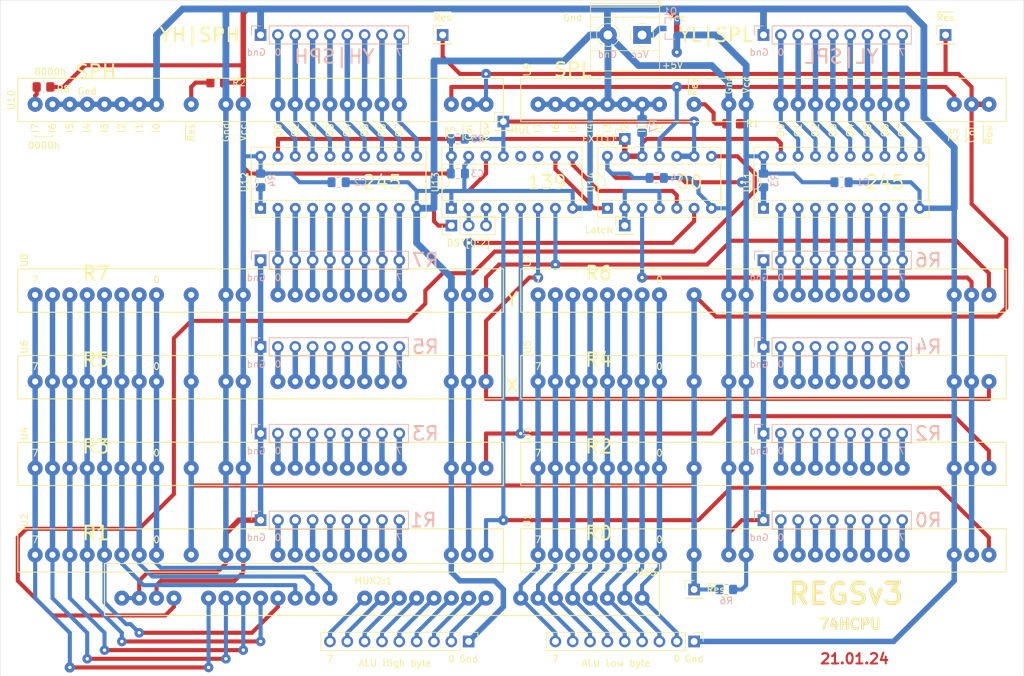
<source format=kicad_pcb>
(kicad_pcb (version 20171130) (host pcbnew "(5.1.8)-1")
  (layers (0 F.Cu signal) (31 B.Cu signal) (34 B.Paste user) (35 F.Paste user) (36 B.SilkS user) (37 F.SilkS user) (38 B.Mask user) (39 F.Mask user) (44 Edge.Cuts user))
  (net 0 "")
  (net 1 "Net-(U10-Pad20)")
  (net 2 /L0)
  (net 3 /L1)
  (net 4 /L2)
  (net 5 /L3)
  (net 6 /L4)
  (net 7 /L5)
  (net 8 /L6)
  (net 9 /L7)
  (net 10 /H0)
  (net 11 /H1)
  (net 12 /H2)
  (net 13 /H3)
  (net 14 /H4)
  (net 15 /H5)
  (net 16 /H6)
  (net 17 /H7)
  (net 18 /R0.7)
  (net 19 /R0.6)
  (net 20 /R0.5)
  (net 21 /R0.4)
  (net 22 /R0.3)
  (net 23 /R0.2)
  (net 24 /R0.1)
  (net 25 /R0.0)
  (net 26 GND)
  (net 27 /R1.7)
  (net 28 /R1.6)
  (net 29 /R1.5)
  (net 30 /R1.4)
  (net 31 /R1.3)
  (net 32 /R1.2)
  (net 33 /R1.1)
  (net 34 /R1.0)
  (net 35 /R2.7)
  (net 36 /R2.6)
  (net 37 /R2.5)
  (net 38 /R2.4)
  (net 39 /R2.3)
  (net 40 /R2.2)
  (net 41 /R2.1)
  (net 42 /R2.0)
  (net 43 /R3.7)
  (net 44 /R3.6)
  (net 45 /R3.5)
  (net 46 /R3.4)
  (net 47 /R3.3)
  (net 48 /R3.2)
  (net 49 /R3.1)
  (net 50 /R3.0)
  (net 51 /R4.7)
  (net 52 /R4.6)
  (net 53 /R4.5)
  (net 54 /R4.4)
  (net 55 /R4.3)
  (net 56 /R4.2)
  (net 57 /R4.1)
  (net 58 /R4.0)
  (net 59 /R5.7)
  (net 60 /R5.6)
  (net 61 /R5.5)
  (net 62 /R5.4)
  (net 63 /R5.3)
  (net 64 /R5.2)
  (net 65 /R5.1)
  (net 66 /R5.0)
  (net 67 /R6.7)
  (net 68 /R6.6)
  (net 69 /R6.5)
  (net 70 /R6.4)
  (net 71 /R6.3)
  (net 72 /R6.2)
  (net 73 /R6.1)
  (net 74 /R6.0)
  (net 75 /R7.7)
  (net 76 /R7.6)
  (net 77 /R7.5)
  (net 78 /R7.4)
  (net 79 /R7.3)
  (net 80 /R7.2)
  (net 81 /R7.1)
  (net 82 /R7.0)
  (net 83 /YL|SPL.7)
  (net 84 /YL|SPL.6)
  (net 85 /YL|SPL.5)
  (net 86 /YL|SPL.4)
  (net 87 /YL|SPL.3)
  (net 88 /YL|SPL.2)
  (net 89 /YL|SPL.1)
  (net 90 /YL|SPL.0)
  (net 91 /YH|SPH.7)
  (net 92 /YH|SPH.6)
  (net 93 /YH|SPH.5)
  (net 94 /YH|SPH.4)
  (net 95 /YH|SPH.3)
  (net 96 /YH|SPH.2)
  (net 97 /YH|SPH.1)
  (net 98 /YH|SPH.0)
  (net 99 VCC)
  (net 100 /~R0)
  (net 101 /~L)
  (net 102 /~Res)
  (net 103 /~H)
  (net 104 /~R1)
  (net 105 /~R2)
  (net 106 /~R3)
  (net 107 "Net-(R1-Pad1)")
  (net 108 "Net-(R2-Pad1)")
  (net 109 /EXT[1])
  (net 110 /DST[2])
  (net 111 /DST[1])
  (net 112 /DST[0])
  (net 113 /~MUL)
  (net 114 /Latch)
  (net 115 "Net-(R3-Pad1)")
  (net 116 "Net-(R4-Pad1)")
  (net 117 "Net-(U13-Pad12)")
  (net 118 "Net-(U13-Pad11)")
  (net 119 "Net-(U13-Pad10)")
  (net 120 "Net-(U13-Pad9)")
  (net 121 "Net-(U14-Pad8)")
  (net 122 /ALU_H7)
  (net 123 "Net-(J18-Pad8)")
  (net 124 "Net-(J18-Pad7)")
  (net 125 "Net-(J18-Pad6)")
  (net 126 "Net-(J18-Pad5)")
  (net 127 "Net-(J18-Pad4)")
  (net 128 "Net-(J18-Pad3)")
  (net 129 /ALU_H0)
  (net 130 "Net-(J16-Pad1)")
  (net 131 "Net-(R8-Pad1)")
  (module Connector_PinHeader_2.54mm:PinHeader_1x01_P2.54mm_Vertical (layer F.Cu) (at 153.67 20.32)
    (fp_text reference J20 hide)
    (fp_text value Conn_01x01_Male)
    (pad 1 thru_hole rect (at 0 0) (size 1.7 1.7) (drill 1) (layers *.Cu *.Mask) (net 102 /~Res))
  )
  (module Connector_PinHeader_2.54mm:PinHeader_1x01_P2.54mm_Vertical (layer F.Cu) (at 80.01 20.32)
    (fp_text reference J19 hide)
    (fp_text value Conn_01x01_Male)
    (pad 1 thru_hole rect (at 0 0) (size 1.7 1.7) (drill 1) (layers *.Cu *.Mask) (net 102 /~Res))
  )
  (module Resistor_SMD:R_0805_2012Metric_Pad1.20x1.40mm_HandSolder (layer F.Cu) (at 21.5425 27.94)
    (fp_text reference R8 (at 2.905 0.3175) (layer F.SilkS))
    (fp_text value 10k)
    (pad 2 smd roundrect (at 1 0) (size 1.2 1.4) (layers F.Cu F.Paste F.Mask) (roundrect_rratio 0.208333) (net 99 VCC))
    (pad 1 smd roundrect (at -1 0) (size 1.2 1.4) (layers F.Cu F.Paste F.Mask) (roundrect_rratio 0.208333) (net 131 "Net-(R8-Pad1)"))
  )
  (module Resistor_SMD:R_0805_2012Metric_Pad1.20x1.40mm_HandSolder (layer B.Cu) (at 109.22 33.655 90)
    (fp_text reference R7 (at 0 1.65 270) (layer B.SilkS) (effects (justify mirror)))
    (fp_text value 10k)
    (pad 2 smd roundrect (at 1 0 90) (size 1.2 1.4) (layers B.Cu B.Paste B.Mask) (roundrect_rratio 0.208333) (net 26 GND))
    (pad 1 smd roundrect (at -1 0 90) (size 1.2 1.4) (layers B.Cu B.Paste B.Mask) (roundrect_rratio 0.208333) (net 109 /EXT[1]))
  )
  (module Package_TO_SOT_SMD:SOT-23 (layer B.Cu) (at 113.3475 19.3675 180)
    (fp_text reference Q1 (at 0 2.5 180) (layer B.SilkS) (effects (justify mirror)))
    (fp_text value IRLML5203)
    (pad 3 smd rect (at 1 0 180) (size 0.9 0.8) (layers B.Cu B.Paste B.Mask) (net 130 "Net-(J16-Pad1)"))
    (pad 2 smd rect (at -1 -0.95 180) (size 0.9 0.8) (layers B.Cu B.Paste B.Mask) (net 99 VCC))
    (pad 1 smd rect (at -1 0.95 180) (size 0.9 0.8) (layers B.Cu B.Paste B.Mask) (net 26 GND))
  )
  (module Capacitor_SMD:C_0805_2012Metric_Pad1.18x1.45mm_HandSolder (layer B.Cu) (at 111.3575 41.275)
    (fp_text reference C4 (at 2.9425 0) (layer B.SilkS) (effects (justify mirror)))
    (fp_text value 0.1uF)
    (pad 2 smd roundrect (at 1.0375 0) (size 1.175 1.45) (layers B.Cu B.Paste B.Mask) (roundrect_rratio 0.212766) (net 26 GND))
    (pad 1 smd roundrect (at -1.0375 0) (size 1.175 1.45) (layers B.Cu B.Paste B.Mask) (roundrect_rratio 0.212766) (net 99 VCC))
  )
  (module Capacitor_SMD:C_0805_2012Metric_Pad1.18x1.45mm_HandSolder (layer B.Cu) (at 82.2325 40.64)
    (fp_text reference C3 (at 2.8575 0) (layer B.SilkS) (effects (justify mirror)))
    (fp_text value 0.1uF)
    (pad 2 smd roundrect (at 1.0375 0) (size 1.175 1.45) (layers B.Cu B.Paste B.Mask) (roundrect_rratio 0.212766) (net 26 GND))
    (pad 1 smd roundrect (at -1.0375 0) (size 1.175 1.45) (layers B.Cu B.Paste B.Mask) (roundrect_rratio 0.212766) (net 99 VCC))
  )
  (module Capacitor_SMD:C_0805_2012Metric_Pad1.18x1.45mm_HandSolder (layer B.Cu) (at 64.77 41.91)
    (fp_text reference C2 (at 3.175 0) (layer B.SilkS) (effects (justify mirror)))
    (fp_text value 0.1uF)
    (pad 2 smd roundrect (at 1.0375 0) (size 1.175 1.45) (layers B.Cu B.Paste B.Mask) (roundrect_rratio 0.212766) (net 26 GND))
    (pad 1 smd roundrect (at -1.0375 0) (size 1.175 1.45) (layers B.Cu B.Paste B.Mask) (roundrect_rratio 0.212766) (net 99 VCC))
  )
  (module Capacitor_SMD:C_0805_2012Metric_Pad1.18x1.45mm_HandSolder (layer B.Cu) (at 138.43 41.91)
    (fp_text reference C1 (at 3.175 0) (layer B.SilkS) (effects (justify mirror)))
    (fp_text value 0.1uF)
    (pad 2 smd roundrect (at 1.0375 0) (size 1.175 1.45) (layers B.Cu B.Paste B.Mask) (roundrect_rratio 0.212766) (net 26 GND))
    (pad 1 smd roundrect (at -1.0375 0) (size 1.175 1.45) (layers B.Cu B.Paste B.Mask) (roundrect_rratio 0.212766) (net 99 VCC))
  )
  (module Resistor_SMD:R_0805_2012Metric_Pad1.20x1.40mm_HandSolder (layer B.Cu) (at 121.555 101.6)
    (fp_text reference R6 (at 0 1.65) (layer B.SilkS) (effects (justify mirror)))
    (fp_text value 10k)
    (pad 2 smd roundrect (at 1 0) (size 1.2 1.4) (layers B.Cu B.Paste B.Mask) (roundrect_rratio 0.208333) (net 99 VCC))
    (pad 1 smd roundrect (at -1 0) (size 1.2 1.4) (layers B.Cu B.Paste B.Mask) (roundrect_rratio 0.208333) (net 102 /~Res))
  )
  (module Resistor_SMD:R_0805_2012Metric_Pad1.20x1.40mm_HandSolder (layer B.Cu) (at 82.2325 35.56 180)
    (fp_text reference R5 (at -2.905 0) (layer B.SilkS) (effects (justify mirror)))
    (fp_text value 10k)
    (pad 2 smd roundrect (at 1 0 180) (size 1.2 1.4) (layers B.Cu B.Paste B.Mask) (roundrect_rratio 0.208333) (net 99 VCC))
    (pad 1 smd roundrect (at -1 0 180) (size 1.2 1.4) (layers B.Cu B.Paste B.Mask) (roundrect_rratio 0.208333) (net 113 /~MUL))
  )
  (module Connector_PinHeader_2.54mm:PinHeader_1x09_P2.54mm_Vertical (layer F.Cu) (at 83.82 109.22 270)
    (fp_text reference J18 hide)
    (fp_text value Conn_01x09_Male)
    (pad 9 thru_hole oval (at 0 20.32 270) (size 1.7 1.7) (drill 1) (layers *.Cu *.Mask) (net 122 /ALU_H7))
    (pad 8 thru_hole oval (at 0 17.78 270) (size 1.7 1.7) (drill 1) (layers *.Cu *.Mask) (net 123 "Net-(J18-Pad8)"))
    (pad 7 thru_hole oval (at 0 15.24 270) (size 1.7 1.7) (drill 1) (layers *.Cu *.Mask) (net 124 "Net-(J18-Pad7)"))
    (pad 6 thru_hole oval (at 0 12.7 270) (size 1.7 1.7) (drill 1) (layers *.Cu *.Mask) (net 125 "Net-(J18-Pad6)"))
    (pad 5 thru_hole oval (at 0 10.16 270) (size 1.7 1.7) (drill 1) (layers *.Cu *.Mask) (net 126 "Net-(J18-Pad5)"))
    (pad 4 thru_hole oval (at 0 7.62 270) (size 1.7 1.7) (drill 1) (layers *.Cu *.Mask) (net 127 "Net-(J18-Pad4)"))
    (pad 3 thru_hole oval (at 0 5.08 270) (size 1.7 1.7) (drill 1) (layers *.Cu *.Mask) (net 128 "Net-(J18-Pad3)"))
    (pad 2 thru_hole oval (at 0 2.54 270) (size 1.7 1.7) (drill 1) (layers *.Cu *.Mask) (net 129 /ALU_H0))
    (pad 1 thru_hole rect (at 0 0 270) (size 1.7 1.7) (drill 1) (layers *.Cu *.Mask) (net 26 GND))
  )
  (module Connector_PinHeader_2.54mm:PinHeader_1x09_P2.54mm_Vertical (layer F.Cu) (at 116.84 109.22 270)
    (fp_text reference J17 hide)
    (fp_text value Conn_01x09_Male)
    (pad 9 thru_hole oval (at 0 20.32 270) (size 1.7 1.7) (drill 1) (layers *.Cu *.Mask) (net 9 /L7))
    (pad 8 thru_hole oval (at 0 17.78 270) (size 1.7 1.7) (drill 1) (layers *.Cu *.Mask) (net 8 /L6))
    (pad 7 thru_hole oval (at 0 15.24 270) (size 1.7 1.7) (drill 1) (layers *.Cu *.Mask) (net 7 /L5))
    (pad 6 thru_hole oval (at 0 12.7 270) (size 1.7 1.7) (drill 1) (layers *.Cu *.Mask) (net 6 /L4))
    (pad 5 thru_hole oval (at 0 10.16 270) (size 1.7 1.7) (drill 1) (layers *.Cu *.Mask) (net 5 /L3))
    (pad 4 thru_hole oval (at 0 7.62 270) (size 1.7 1.7) (drill 1) (layers *.Cu *.Mask) (net 4 /L2))
    (pad 3 thru_hole oval (at 0 5.08 270) (size 1.7 1.7) (drill 1) (layers *.Cu *.Mask) (net 3 /L1))
    (pad 2 thru_hole oval (at 0 2.54 270) (size 1.7 1.7) (drill 1) (layers *.Cu *.Mask) (net 2 /L0))
    (pad 1 thru_hole rect (at 0 0 270) (size 1.7 1.7) (drill 1) (layers *.Cu *.Mask) (net 26 GND))
  )
  (module CommonLibrary:CMDwoC (layer F.Cu) (at 109.22 102.87 270)
    (fp_text reference U15 (at -3.81 -0.635 180) (layer F.SilkS))
    (fp_text value MUX2-1)
    (pad 28 thru_hole circle (at 0 76.2 270) (size 2.2 2.2) (drill 0.9) (layers *.Cu *.Mask) (net 26 GND))
    (pad 27 thru_hole circle (at 0 73.66 270) (size 2.2 2.2) (drill 0.9) (layers *.Cu *.Mask) (net 26 GND))
    (pad 26 thru_hole circle (at 0 71.12 270) (size 2.2 2.2) (drill 0.9) (layers *.Cu *.Mask) (net 99 VCC))
    (pad 25 thru_hole circle (at 0 68.58 270) (size 2.2 2.2) (drill 0.9) (layers *.Cu *.Mask) (net 121 "Net-(U14-Pad8)"))
    (pad 24 thru_hole circle (at 0 63.5 270) (size 2.2 2.2) (drill 0.9) (layers *.Cu *.Mask) (net 17 /H7))
    (pad 23 thru_hole circle (at 0 60.96 270) (size 2.2 2.2) (drill 0.9) (layers *.Cu *.Mask) (net 16 /H6))
    (pad 22 thru_hole circle (at 0 58.42 270) (size 2.2 2.2) (drill 0.9) (layers *.Cu *.Mask) (net 15 /H5))
    (pad 21 thru_hole circle (at 0 55.88 270) (size 2.2 2.2) (drill 0.9) (layers *.Cu *.Mask) (net 14 /H4))
    (pad 20 thru_hole circle (at 0 53.34 270) (size 2.2 2.2) (drill 0.9) (layers *.Cu *.Mask) (net 13 /H3))
    (pad 19 thru_hole circle (at 0 50.8 270) (size 2.2 2.2) (drill 0.9) (layers *.Cu *.Mask) (net 12 /H2))
    (pad 18 thru_hole circle (at 0 48.26 270) (size 2.2 2.2) (drill 0.9) (layers *.Cu *.Mask) (net 11 /H1))
    (pad 17 thru_hole circle (at 0 45.72 270) (size 2.2 2.2) (drill 0.9) (layers *.Cu *.Mask) (net 10 /H0))
    (pad 16 thru_hole circle (at 0 40.64 270) (size 2.2 2.2) (drill 0.9) (layers *.Cu *.Mask) (net 122 /ALU_H7))
    (pad 15 thru_hole circle (at 0 38.1 270) (size 2.2 2.2) (drill 0.9) (layers *.Cu *.Mask) (net 123 "Net-(J18-Pad8)"))
    (pad 14 thru_hole circle (at 0 35.56 270) (size 2.2 2.2) (drill 0.9) (layers *.Cu *.Mask) (net 124 "Net-(J18-Pad7)"))
    (pad 13 thru_hole circle (at 0 33.02 270) (size 2.2 2.2) (drill 0.9) (layers *.Cu *.Mask) (net 125 "Net-(J18-Pad6)"))
    (pad 12 thru_hole circle (at 0 30.48 270) (size 2.2 2.2) (drill 0.9) (layers *.Cu *.Mask) (net 126 "Net-(J18-Pad5)"))
    (pad 11 thru_hole circle (at 0 27.94 270) (size 2.2 2.2) (drill 0.9) (layers *.Cu *.Mask) (net 127 "Net-(J18-Pad4)"))
    (pad 10 thru_hole circle (at 0 25.4 270) (size 2.2 2.2) (drill 0.9) (layers *.Cu *.Mask) (net 128 "Net-(J18-Pad3)"))
    (pad 9 thru_hole circle (at 0 22.86 270) (size 2.2 2.2) (drill 0.9) (layers *.Cu *.Mask) (net 129 /ALU_H0))
    (pad 8 thru_hole circle (at 0 17.78 270) (size 2.2 2.2) (drill 0.9) (layers *.Cu *.Mask) (net 9 /L7))
    (pad 7 thru_hole circle (at 0 15.24 270) (size 2.2 2.2) (drill 0.9) (layers *.Cu *.Mask) (net 8 /L6))
    (pad 6 thru_hole circle (at 0 12.7 270) (size 2.2 2.2) (drill 0.9) (layers *.Cu *.Mask) (net 7 /L5))
    (pad 5 thru_hole circle (at 0 10.16 270) (size 2.2 2.2) (drill 0.9) (layers *.Cu *.Mask) (net 6 /L4))
    (pad 4 thru_hole circle (at 0 7.62 270) (size 2.2 2.2) (drill 0.9) (layers *.Cu *.Mask) (net 5 /L3))
    (pad 3 thru_hole circle (at 0 5.08 270) (size 2.2 2.2) (drill 0.9) (layers *.Cu *.Mask) (net 4 /L2))
    (pad 2 thru_hole circle (at 0 2.54 270) (size 2.2 2.2) (drill 0.9) (layers *.Cu *.Mask) (net 3 /L1))
    (pad 1 thru_hole circle (at 0 0 270) (size 2.2 2.2) (drill 0.9) (layers *.Cu *.Mask) (net 2 /L0))
  )
  (module TerminalBlock_Phoenix:TerminalBlock_Phoenix_MKDS-1,5-2_1x02_P5.00mm_Horizontal (layer F.Cu) (at 109.22 20.32 180)
    (fp_text reference J16 hide)
    (fp_text value Screw_Terminal_01x02)
    (pad 2 thru_hole circle (at 5 0 180) (size 2.6 2.6) (drill 1.3) (layers *.Cu *.Mask) (net 26 GND))
    (pad 1 thru_hole rect (at 0 0 180) (size 2.6 2.6) (drill 1.3) (layers *.Cu *.Mask) (net 130 "Net-(J16-Pad1)"))
  )
  (module Package_DIP:DIP-14_W7.62mm_Socket (layer F.Cu) (at 104.14 45.72 90)
    (fp_text reference U14 (at 3.81 -2.33 90) (layer F.SilkS))
    (fp_text value 74HC00)
    (pad 14 thru_hole oval (at 7.62 0 90) (size 1.6 1.6) (drill 0.8) (layers *.Cu *.Mask) (net 99 VCC))
    (pad 7 thru_hole oval (at 0 15.24 90) (size 1.6 1.6) (drill 0.8) (layers *.Cu *.Mask) (net 26 GND))
    (pad 13 thru_hole oval (at 7.62 2.54 90) (size 1.6 1.6) (drill 0.8) (layers *.Cu *.Mask) (net 109 /EXT[1]))
    (pad 6 thru_hole oval (at 0 12.7 90) (size 1.6 1.6) (drill 0.8) (layers *.Cu *.Mask) (net 103 /~H))
    (pad 12 thru_hole oval (at 7.62 5.08 90) (size 1.6 1.6) (drill 0.8) (layers *.Cu *.Mask) (net 109 /EXT[1]))
    (pad 5 thru_hole oval (at 0 10.16 90) (size 1.6 1.6) (drill 0.8) (layers *.Cu *.Mask) (net 120 "Net-(U13-Pad9)"))
    (pad 11 thru_hole oval (at 7.62 7.62 90) (size 1.6 1.6) (drill 0.8) (layers *.Cu *.Mask) (net 1 "Net-(U10-Pad20)"))
    (pad 4 thru_hole oval (at 0 7.62 90) (size 1.6 1.6) (drill 0.8) (layers *.Cu *.Mask) (net 114 /Latch))
    (pad 10 thru_hole oval (at 7.62 10.16 90) (size 1.6 1.6) (drill 0.8) (layers *.Cu *.Mask) (net 113 /~MUL))
    (pad 3 thru_hole oval (at 0 5.08 90) (size 1.6 1.6) (drill 0.8) (layers *.Cu *.Mask) (net 101 /~L))
    (pad 9 thru_hole oval (at 7.62 12.7 90) (size 1.6 1.6) (drill 0.8) (layers *.Cu *.Mask) (net 113 /~MUL))
    (pad 2 thru_hole oval (at 0 2.54 90) (size 1.6 1.6) (drill 0.8) (layers *.Cu *.Mask) (net 114 /Latch))
    (pad 8 thru_hole oval (at 7.62 15.24 90) (size 1.6 1.6) (drill 0.8) (layers *.Cu *.Mask) (net 121 "Net-(U14-Pad8)"))
    (pad 1 thru_hole rect (at 0 0 90) (size 1.6 1.6) (drill 0.8) (layers *.Cu *.Mask) (net 119 "Net-(U13-Pad10)"))
  )
  (module Package_DIP:DIP-16_W7.62mm_Socket (layer F.Cu) (at 81.28 45.72 90)
    (fp_text reference U13 (at 3.81 -2.33 90) (layer F.SilkS))
    (fp_text value 74LS139)
    (pad 16 thru_hole oval (at 7.62 0 90) (size 1.6 1.6) (drill 0.8) (layers *.Cu *.Mask) (net 99 VCC))
    (pad 8 thru_hole oval (at 0 17.78 90) (size 1.6 1.6) (drill 0.8) (layers *.Cu *.Mask) (net 26 GND))
    (pad 15 thru_hole oval (at 7.62 2.54 90) (size 1.6 1.6) (drill 0.8) (layers *.Cu *.Mask) (net 26 GND))
    (pad 7 thru_hole oval (at 0 15.24 90) (size 1.6 1.6) (drill 0.8) (layers *.Cu *.Mask) (net 106 /~R3))
    (pad 14 thru_hole oval (at 7.62 5.08 90) (size 1.6 1.6) (drill 0.8) (layers *.Cu *.Mask) (net 112 /DST[0]))
    (pad 6 thru_hole oval (at 0 12.7 90) (size 1.6 1.6) (drill 0.8) (layers *.Cu *.Mask) (net 105 /~R2))
    (pad 13 thru_hole oval (at 7.62 7.62 90) (size 1.6 1.6) (drill 0.8) (layers *.Cu *.Mask) (net 113 /~MUL))
    (pad 5 thru_hole oval (at 0 10.16 90) (size 1.6 1.6) (drill 0.8) (layers *.Cu *.Mask) (net 104 /~R1))
    (pad 12 thru_hole oval (at 7.62 10.16 90) (size 1.6 1.6) (drill 0.8) (layers *.Cu *.Mask) (net 117 "Net-(U13-Pad12)"))
    (pad 4 thru_hole oval (at 0 7.62 90) (size 1.6 1.6) (drill 0.8) (layers *.Cu *.Mask) (net 100 /~R0))
    (pad 11 thru_hole oval (at 7.62 12.7 90) (size 1.6 1.6) (drill 0.8) (layers *.Cu *.Mask) (net 118 "Net-(U13-Pad11)"))
    (pad 3 thru_hole oval (at 0 5.08 90) (size 1.6 1.6) (drill 0.8) (layers *.Cu *.Mask) (net 110 /DST[2]))
    (pad 10 thru_hole oval (at 7.62 15.24 90) (size 1.6 1.6) (drill 0.8) (layers *.Cu *.Mask) (net 119 "Net-(U13-Pad10)"))
    (pad 2 thru_hole oval (at 0 2.54 90) (size 1.6 1.6) (drill 0.8) (layers *.Cu *.Mask) (net 111 /DST[1]))
    (pad 9 thru_hole oval (at 7.62 17.78 90) (size 1.6 1.6) (drill 0.8) (layers *.Cu *.Mask) (net 120 "Net-(U13-Pad9)"))
    (pad 1 thru_hole rect (at 0 0 90) (size 1.6 1.6) (drill 0.8) (layers *.Cu *.Mask) (net 26 GND))
  )
  (module Resistor_SMD:R_0805_2012Metric_Pad1.20x1.40mm_HandSolder (layer B.Cu) (at 53.34 41.64 90)
    (fp_text reference R4 (at 0 1.65 90) (layer B.SilkS) (effects (justify mirror)))
    (fp_text value 10k)
    (pad 2 smd roundrect (at 1 0 90) (size 1.2 1.4) (layers B.Cu B.Paste B.Mask) (roundrect_rratio 0.208333) (net 99 VCC))
    (pad 1 smd roundrect (at -1 0 90) (size 1.2 1.4) (layers B.Cu B.Paste B.Mask) (roundrect_rratio 0.208333) (net 116 "Net-(R4-Pad1)"))
  )
  (module Resistor_SMD:R_0805_2012Metric_Pad1.20x1.40mm_HandSolder (layer B.Cu) (at 127 41.64 90)
    (fp_text reference R3 (at 0 1.65 90) (layer B.SilkS) (effects (justify mirror)))
    (fp_text value 10k)
    (pad 2 smd roundrect (at 1 0 90) (size 1.2 1.4) (layers B.Cu B.Paste B.Mask) (roundrect_rratio 0.208333) (net 99 VCC))
    (pad 1 smd roundrect (at -1 0 90) (size 1.2 1.4) (layers B.Cu B.Paste B.Mask) (roundrect_rratio 0.208333) (net 115 "Net-(R3-Pad1)"))
  )
  (module Resistor_SMD:R_0805_2012Metric_Pad1.20x1.40mm_HandSolder (layer F.Cu) (at 46.99 27.305)
    (fp_text reference R2 (at 3.175 0 180) (layer F.SilkS))
    (fp_text value 10k)
    (pad 2 smd roundrect (at 1 0) (size 1.2 1.4) (layers F.Cu F.Paste F.Mask) (roundrect_rratio 0.208333) (net 99 VCC))
    (pad 1 smd roundrect (at -1 0) (size 1.2 1.4) (layers F.Cu F.Paste F.Mask) (roundrect_rratio 0.208333) (net 108 "Net-(R2-Pad1)"))
  )
  (module Resistor_SMD:R_0805_2012Metric_Pad1.20x1.40mm_HandSolder (layer F.Cu) (at 122.555 33.3375)
    (fp_text reference R1 (at 2.8575 0 180) (layer F.SilkS))
    (fp_text value 10k)
    (pad 2 smd roundrect (at 1 0) (size 1.2 1.4) (layers F.Cu F.Paste F.Mask) (roundrect_rratio 0.208333) (net 99 VCC))
    (pad 1 smd roundrect (at -1 0) (size 1.2 1.4) (layers F.Cu F.Paste F.Mask) (roundrect_rratio 0.208333) (net 107 "Net-(R1-Pad1)"))
  )
  (module Connector_PinHeader_2.54mm:PinHeader_1x01_P2.54mm_Vertical (layer F.Cu) (at 106.68 48.26)
    (fp_text reference J15 hide)
    (fp_text value Conn_01x01_Male)
    (pad 1 thru_hole rect (at 0 0) (size 1.7 1.7) (drill 1) (layers *.Cu *.Mask) (net 114 /Latch))
  )
  (module Connector_PinHeader_2.54mm:PinHeader_1x01_P2.54mm_Vertical (layer F.Cu) (at 106.68 35.56)
    (fp_text reference J14 hide)
    (fp_text value Conn_01x01_Male)
    (pad 1 thru_hole rect (at 0 0) (size 1.7 1.7) (drill 1) (layers *.Cu *.Mask) (net 109 /EXT[1]))
  )
  (module Connector_PinHeader_2.54mm:PinHeader_1x01_P2.54mm_Vertical (layer F.Cu) (at 116.84 101.6)
    (fp_text reference J13 hide)
    (fp_text value Conn_01x01_Male)
    (pad 1 thru_hole rect (at 0 0) (size 1.7 1.7) (drill 1) (layers *.Cu *.Mask) (net 102 /~Res))
  )
  (module Connector_PinHeader_2.54mm:PinHeader_1x01_P2.54mm_Vertical (layer F.Cu) (at 88.9 33.02)
    (fp_text reference J12 hide)
    (fp_text value Conn_01x01_Male)
    (pad 1 thru_hole rect (at 0 0) (size 1.7 1.7) (drill 1) (layers *.Cu *.Mask) (net 113 /~MUL))
  )
  (module Connector_PinHeader_2.54mm:PinHeader_1x03_P2.54mm_Vertical (layer F.Cu) (at 81.28 48.26 90)
    (fp_text reference J11 hide)
    (fp_text value Conn_01x03_Male)
    (pad 3 thru_hole oval (at 0 5.08 90) (size 1.7 1.7) (drill 1) (layers *.Cu *.Mask) (net 110 /DST[2]))
    (pad 2 thru_hole oval (at 0 2.54 90) (size 1.7 1.7) (drill 1) (layers *.Cu *.Mask) (net 111 /DST[1]))
    (pad 1 thru_hole rect (at 0 0 90) (size 1.7 1.7) (drill 1) (layers *.Cu *.Mask) (net 112 /DST[0]))
  )
  (module Connector_PinHeader_2.54mm:PinHeader_1x09_P2.54mm_Vertical (layer B.Cu) (at 53.34 20.32 270)
    (fp_text reference J10 hide)
    (fp_text value Conn_01x09_Male)
    (pad 9 thru_hole oval (at 0 -20.32 270) (size 1.7 1.7) (drill 1) (layers *.Cu *.Mask) (net 91 /YH|SPH.7))
    (pad 8 thru_hole oval (at 0 -17.78 270) (size 1.7 1.7) (drill 1) (layers *.Cu *.Mask) (net 92 /YH|SPH.6))
    (pad 7 thru_hole oval (at 0 -15.24 270) (size 1.7 1.7) (drill 1) (layers *.Cu *.Mask) (net 93 /YH|SPH.5))
    (pad 6 thru_hole oval (at 0 -12.7 270) (size 1.7 1.7) (drill 1) (layers *.Cu *.Mask) (net 94 /YH|SPH.4))
    (pad 5 thru_hole oval (at 0 -10.16 270) (size 1.7 1.7) (drill 1) (layers *.Cu *.Mask) (net 95 /YH|SPH.3))
    (pad 4 thru_hole oval (at 0 -7.62 270) (size 1.7 1.7) (drill 1) (layers *.Cu *.Mask) (net 96 /YH|SPH.2))
    (pad 3 thru_hole oval (at 0 -5.08 270) (size 1.7 1.7) (drill 1) (layers *.Cu *.Mask) (net 97 /YH|SPH.1))
    (pad 2 thru_hole oval (at 0 -2.54 270) (size 1.7 1.7) (drill 1) (layers *.Cu *.Mask) (net 98 /YH|SPH.0))
    (pad 1 thru_hole rect (at 0 0 270) (size 1.7 1.7) (drill 1) (layers *.Cu *.Mask) (net 26 GND))
  )
  (module Package_DIP:DIP-20_W7.62mm_Socket (layer F.Cu) (at 53.34 45.72 90)
    (fp_text reference U12 (at 3.81 -2.33 90) (layer F.SilkS))
    (fp_text value 74HC245)
    (pad 20 thru_hole oval (at 7.62 0 90) (size 1.6 1.6) (drill 0.8) (layers *.Cu *.Mask) (net 99 VCC))
    (pad 10 thru_hole oval (at 0 22.86 90) (size 1.6 1.6) (drill 0.8) (layers *.Cu *.Mask) (net 26 GND))
    (pad 19 thru_hole oval (at 7.62 2.54 90) (size 1.6 1.6) (drill 0.8) (layers *.Cu *.Mask) (net 109 /EXT[1]))
    (pad 9 thru_hole oval (at 0 20.32 90) (size 1.6 1.6) (drill 0.8) (layers *.Cu *.Mask) (net 75 /R7.7))
    (pad 18 thru_hole oval (at 7.62 5.08 90) (size 1.6 1.6) (drill 0.8) (layers *.Cu *.Mask) (net 98 /YH|SPH.0))
    (pad 8 thru_hole oval (at 0 17.78 90) (size 1.6 1.6) (drill 0.8) (layers *.Cu *.Mask) (net 76 /R7.6))
    (pad 17 thru_hole oval (at 7.62 7.62 90) (size 1.6 1.6) (drill 0.8) (layers *.Cu *.Mask) (net 97 /YH|SPH.1))
    (pad 7 thru_hole oval (at 0 15.24 90) (size 1.6 1.6) (drill 0.8) (layers *.Cu *.Mask) (net 77 /R7.5))
    (pad 16 thru_hole oval (at 7.62 10.16 90) (size 1.6 1.6) (drill 0.8) (layers *.Cu *.Mask) (net 96 /YH|SPH.2))
    (pad 6 thru_hole oval (at 0 12.7 90) (size 1.6 1.6) (drill 0.8) (layers *.Cu *.Mask) (net 78 /R7.4))
    (pad 15 thru_hole oval (at 7.62 12.7 90) (size 1.6 1.6) (drill 0.8) (layers *.Cu *.Mask) (net 95 /YH|SPH.3))
    (pad 5 thru_hole oval (at 0 10.16 90) (size 1.6 1.6) (drill 0.8) (layers *.Cu *.Mask) (net 79 /R7.3))
    (pad 14 thru_hole oval (at 7.62 15.24 90) (size 1.6 1.6) (drill 0.8) (layers *.Cu *.Mask) (net 94 /YH|SPH.4))
    (pad 4 thru_hole oval (at 0 7.62 90) (size 1.6 1.6) (drill 0.8) (layers *.Cu *.Mask) (net 80 /R7.2))
    (pad 13 thru_hole oval (at 7.62 17.78 90) (size 1.6 1.6) (drill 0.8) (layers *.Cu *.Mask) (net 93 /YH|SPH.5))
    (pad 3 thru_hole oval (at 0 5.08 90) (size 1.6 1.6) (drill 0.8) (layers *.Cu *.Mask) (net 81 /R7.1))
    (pad 12 thru_hole oval (at 7.62 20.32 90) (size 1.6 1.6) (drill 0.8) (layers *.Cu *.Mask) (net 92 /YH|SPH.6))
    (pad 2 thru_hole oval (at 0 2.54 90) (size 1.6 1.6) (drill 0.8) (layers *.Cu *.Mask) (net 82 /R7.0))
    (pad 11 thru_hole oval (at 7.62 22.86 90) (size 1.6 1.6) (drill 0.8) (layers *.Cu *.Mask) (net 91 /YH|SPH.7))
    (pad 1 thru_hole rect (at 0 0 90) (size 1.6 1.6) (drill 0.8) (layers *.Cu *.Mask) (net 116 "Net-(R4-Pad1)"))
  )
  (module Package_DIP:DIP-20_W7.62mm_Socket (layer F.Cu) (at 127 45.72 90)
    (fp_text reference U11 (at 3.81 -2.33 90) (layer F.SilkS))
    (fp_text value 74HC245)
    (pad 20 thru_hole oval (at 7.62 0 90) (size 1.6 1.6) (drill 0.8) (layers *.Cu *.Mask) (net 99 VCC))
    (pad 10 thru_hole oval (at 0 22.86 90) (size 1.6 1.6) (drill 0.8) (layers *.Cu *.Mask) (net 26 GND))
    (pad 19 thru_hole oval (at 7.62 2.54 90) (size 1.6 1.6) (drill 0.8) (layers *.Cu *.Mask) (net 109 /EXT[1]))
    (pad 9 thru_hole oval (at 0 20.32 90) (size 1.6 1.6) (drill 0.8) (layers *.Cu *.Mask) (net 67 /R6.7))
    (pad 18 thru_hole oval (at 7.62 5.08 90) (size 1.6 1.6) (drill 0.8) (layers *.Cu *.Mask) (net 90 /YL|SPL.0))
    (pad 8 thru_hole oval (at 0 17.78 90) (size 1.6 1.6) (drill 0.8) (layers *.Cu *.Mask) (net 68 /R6.6))
    (pad 17 thru_hole oval (at 7.62 7.62 90) (size 1.6 1.6) (drill 0.8) (layers *.Cu *.Mask) (net 89 /YL|SPL.1))
    (pad 7 thru_hole oval (at 0 15.24 90) (size 1.6 1.6) (drill 0.8) (layers *.Cu *.Mask) (net 69 /R6.5))
    (pad 16 thru_hole oval (at 7.62 10.16 90) (size 1.6 1.6) (drill 0.8) (layers *.Cu *.Mask) (net 88 /YL|SPL.2))
    (pad 6 thru_hole oval (at 0 12.7 90) (size 1.6 1.6) (drill 0.8) (layers *.Cu *.Mask) (net 70 /R6.4))
    (pad 15 thru_hole oval (at 7.62 12.7 90) (size 1.6 1.6) (drill 0.8) (layers *.Cu *.Mask) (net 87 /YL|SPL.3))
    (pad 5 thru_hole oval (at 0 10.16 90) (size 1.6 1.6) (drill 0.8) (layers *.Cu *.Mask) (net 71 /R6.3))
    (pad 14 thru_hole oval (at 7.62 15.24 90) (size 1.6 1.6) (drill 0.8) (layers *.Cu *.Mask) (net 86 /YL|SPL.4))
    (pad 4 thru_hole oval (at 0 7.62 90) (size 1.6 1.6) (drill 0.8) (layers *.Cu *.Mask) (net 72 /R6.2))
    (pad 13 thru_hole oval (at 7.62 17.78 90) (size 1.6 1.6) (drill 0.8) (layers *.Cu *.Mask) (net 85 /YL|SPL.5))
    (pad 3 thru_hole oval (at 0 5.08 90) (size 1.6 1.6) (drill 0.8) (layers *.Cu *.Mask) (net 73 /R6.1))
    (pad 12 thru_hole oval (at 7.62 20.32 90) (size 1.6 1.6) (drill 0.8) (layers *.Cu *.Mask) (net 84 /YL|SPL.6))
    (pad 2 thru_hole oval (at 0 2.54 90) (size 1.6 1.6) (drill 0.8) (layers *.Cu *.Mask) (net 74 /R6.0))
    (pad 11 thru_hole oval (at 7.62 22.86 90) (size 1.6 1.6) (drill 0.8) (layers *.Cu *.Mask) (net 83 /YL|SPL.7))
    (pad 1 thru_hole rect (at 0 0 90) (size 1.6 1.6) (drill 0.8) (layers *.Cu *.Mask) (net 115 "Net-(R3-Pad1)"))
  )
  (module Connector_PinHeader_2.54mm:PinHeader_1x09_P2.54mm_Vertical (layer B.Cu) (at 127 20.32 270)
    (fp_text reference J9 hide)
    (fp_text value Conn_01x09_Male)
    (pad 9 thru_hole oval (at 0 -20.32 270) (size 1.7 1.7) (drill 1) (layers *.Cu *.Mask) (net 83 /YL|SPL.7))
    (pad 8 thru_hole oval (at 0 -17.78 270) (size 1.7 1.7) (drill 1) (layers *.Cu *.Mask) (net 84 /YL|SPL.6))
    (pad 7 thru_hole oval (at 0 -15.24 270) (size 1.7 1.7) (drill 1) (layers *.Cu *.Mask) (net 85 /YL|SPL.5))
    (pad 6 thru_hole oval (at 0 -12.7 270) (size 1.7 1.7) (drill 1) (layers *.Cu *.Mask) (net 86 /YL|SPL.4))
    (pad 5 thru_hole oval (at 0 -10.16 270) (size 1.7 1.7) (drill 1) (layers *.Cu *.Mask) (net 87 /YL|SPL.3))
    (pad 4 thru_hole oval (at 0 -7.62 270) (size 1.7 1.7) (drill 1) (layers *.Cu *.Mask) (net 88 /YL|SPL.2))
    (pad 3 thru_hole oval (at 0 -5.08 270) (size 1.7 1.7) (drill 1) (layers *.Cu *.Mask) (net 89 /YL|SPL.1))
    (pad 2 thru_hole oval (at 0 -2.54 270) (size 1.7 1.7) (drill 1) (layers *.Cu *.Mask) (net 90 /YL|SPL.0))
    (pad 1 thru_hole rect (at 0 0 270) (size 1.7 1.7) (drill 1) (layers *.Cu *.Mask) (net 26 GND))
  )
  (module Connector_PinHeader_2.54mm:PinHeader_1x09_P2.54mm_Vertical (layer B.Cu) (at 53.34 53.34 270)
    (fp_text reference J8 hide)
    (fp_text value Conn_01x09_Male)
    (pad 9 thru_hole oval (at 0 -20.32 270) (size 1.7 1.7) (drill 1) (layers *.Cu *.Mask) (net 75 /R7.7))
    (pad 8 thru_hole oval (at 0 -17.78 270) (size 1.7 1.7) (drill 1) (layers *.Cu *.Mask) (net 76 /R7.6))
    (pad 7 thru_hole oval (at 0 -15.24 270) (size 1.7 1.7) (drill 1) (layers *.Cu *.Mask) (net 77 /R7.5))
    (pad 6 thru_hole oval (at 0 -12.7 270) (size 1.7 1.7) (drill 1) (layers *.Cu *.Mask) (net 78 /R7.4))
    (pad 5 thru_hole oval (at 0 -10.16 270) (size 1.7 1.7) (drill 1) (layers *.Cu *.Mask) (net 79 /R7.3))
    (pad 4 thru_hole oval (at 0 -7.62 270) (size 1.7 1.7) (drill 1) (layers *.Cu *.Mask) (net 80 /R7.2))
    (pad 3 thru_hole oval (at 0 -5.08 270) (size 1.7 1.7) (drill 1) (layers *.Cu *.Mask) (net 81 /R7.1))
    (pad 2 thru_hole oval (at 0 -2.54 270) (size 1.7 1.7) (drill 1) (layers *.Cu *.Mask) (net 82 /R7.0))
    (pad 1 thru_hole rect (at 0 0 270) (size 1.7 1.7) (drill 1) (layers *.Cu *.Mask) (net 26 GND))
  )
  (module Connector_PinHeader_2.54mm:PinHeader_1x09_P2.54mm_Vertical (layer B.Cu) (at 127 53.34 270)
    (fp_text reference J7 hide)
    (fp_text value Conn_01x09_Male)
    (pad 9 thru_hole oval (at 0 -20.32 270) (size 1.7 1.7) (drill 1) (layers *.Cu *.Mask) (net 67 /R6.7))
    (pad 8 thru_hole oval (at 0 -17.78 270) (size 1.7 1.7) (drill 1) (layers *.Cu *.Mask) (net 68 /R6.6))
    (pad 7 thru_hole oval (at 0 -15.24 270) (size 1.7 1.7) (drill 1) (layers *.Cu *.Mask) (net 69 /R6.5))
    (pad 6 thru_hole oval (at 0 -12.7 270) (size 1.7 1.7) (drill 1) (layers *.Cu *.Mask) (net 70 /R6.4))
    (pad 5 thru_hole oval (at 0 -10.16 270) (size 1.7 1.7) (drill 1) (layers *.Cu *.Mask) (net 71 /R6.3))
    (pad 4 thru_hole oval (at 0 -7.62 270) (size 1.7 1.7) (drill 1) (layers *.Cu *.Mask) (net 72 /R6.2))
    (pad 3 thru_hole oval (at 0 -5.08 270) (size 1.7 1.7) (drill 1) (layers *.Cu *.Mask) (net 73 /R6.1))
    (pad 2 thru_hole oval (at 0 -2.54 270) (size 1.7 1.7) (drill 1) (layers *.Cu *.Mask) (net 74 /R6.0))
    (pad 1 thru_hole rect (at 0 0 270) (size 1.7 1.7) (drill 1) (layers *.Cu *.Mask) (net 26 GND))
  )
  (module Connector_PinHeader_2.54mm:PinHeader_1x09_P2.54mm_Vertical (layer B.Cu) (at 53.34 66.04 270)
    (fp_text reference J6 hide)
    (fp_text value Conn_01x09_Male)
    (pad 9 thru_hole oval (at 0 -20.32 270) (size 1.7 1.7) (drill 1) (layers *.Cu *.Mask) (net 59 /R5.7))
    (pad 8 thru_hole oval (at 0 -17.78 270) (size 1.7 1.7) (drill 1) (layers *.Cu *.Mask) (net 60 /R5.6))
    (pad 7 thru_hole oval (at 0 -15.24 270) (size 1.7 1.7) (drill 1) (layers *.Cu *.Mask) (net 61 /R5.5))
    (pad 6 thru_hole oval (at 0 -12.7 270) (size 1.7 1.7) (drill 1) (layers *.Cu *.Mask) (net 62 /R5.4))
    (pad 5 thru_hole oval (at 0 -10.16 270) (size 1.7 1.7) (drill 1) (layers *.Cu *.Mask) (net 63 /R5.3))
    (pad 4 thru_hole oval (at 0 -7.62 270) (size 1.7 1.7) (drill 1) (layers *.Cu *.Mask) (net 64 /R5.2))
    (pad 3 thru_hole oval (at 0 -5.08 270) (size 1.7 1.7) (drill 1) (layers *.Cu *.Mask) (net 65 /R5.1))
    (pad 2 thru_hole oval (at 0 -2.54 270) (size 1.7 1.7) (drill 1) (layers *.Cu *.Mask) (net 66 /R5.0))
    (pad 1 thru_hole rect (at 0 0 270) (size 1.7 1.7) (drill 1) (layers *.Cu *.Mask) (net 26 GND))
  )
  (module Connector_PinHeader_2.54mm:PinHeader_1x09_P2.54mm_Vertical (layer B.Cu) (at 127 66.04 270)
    (fp_text reference J5 hide)
    (fp_text value Conn_01x09_Male)
    (pad 9 thru_hole oval (at 0 -20.32 270) (size 1.7 1.7) (drill 1) (layers *.Cu *.Mask) (net 51 /R4.7))
    (pad 8 thru_hole oval (at 0 -17.78 270) (size 1.7 1.7) (drill 1) (layers *.Cu *.Mask) (net 52 /R4.6))
    (pad 7 thru_hole oval (at 0 -15.24 270) (size 1.7 1.7) (drill 1) (layers *.Cu *.Mask) (net 53 /R4.5))
    (pad 6 thru_hole oval (at 0 -12.7 270) (size 1.7 1.7) (drill 1) (layers *.Cu *.Mask) (net 54 /R4.4))
    (pad 5 thru_hole oval (at 0 -10.16 270) (size 1.7 1.7) (drill 1) (layers *.Cu *.Mask) (net 55 /R4.3))
    (pad 4 thru_hole oval (at 0 -7.62 270) (size 1.7 1.7) (drill 1) (layers *.Cu *.Mask) (net 56 /R4.2))
    (pad 3 thru_hole oval (at 0 -5.08 270) (size 1.7 1.7) (drill 1) (layers *.Cu *.Mask) (net 57 /R4.1))
    (pad 2 thru_hole oval (at 0 -2.54 270) (size 1.7 1.7) (drill 1) (layers *.Cu *.Mask) (net 58 /R4.0))
    (pad 1 thru_hole rect (at 0 0 270) (size 1.7 1.7) (drill 1) (layers *.Cu *.Mask) (net 26 GND))
  )
  (module Connector_PinHeader_2.54mm:PinHeader_1x09_P2.54mm_Vertical (layer B.Cu) (at 53.34 78.74 270)
    (fp_text reference J4 hide)
    (fp_text value Conn_01x09_Male)
    (pad 9 thru_hole oval (at 0 -20.32 270) (size 1.7 1.7) (drill 1) (layers *.Cu *.Mask) (net 43 /R3.7))
    (pad 8 thru_hole oval (at 0 -17.78 270) (size 1.7 1.7) (drill 1) (layers *.Cu *.Mask) (net 44 /R3.6))
    (pad 7 thru_hole oval (at 0 -15.24 270) (size 1.7 1.7) (drill 1) (layers *.Cu *.Mask) (net 45 /R3.5))
    (pad 6 thru_hole oval (at 0 -12.7 270) (size 1.7 1.7) (drill 1) (layers *.Cu *.Mask) (net 46 /R3.4))
    (pad 5 thru_hole oval (at 0 -10.16 270) (size 1.7 1.7) (drill 1) (layers *.Cu *.Mask) (net 47 /R3.3))
    (pad 4 thru_hole oval (at 0 -7.62 270) (size 1.7 1.7) (drill 1) (layers *.Cu *.Mask) (net 48 /R3.2))
    (pad 3 thru_hole oval (at 0 -5.08 270) (size 1.7 1.7) (drill 1) (layers *.Cu *.Mask) (net 49 /R3.1))
    (pad 2 thru_hole oval (at 0 -2.54 270) (size 1.7 1.7) (drill 1) (layers *.Cu *.Mask) (net 50 /R3.0))
    (pad 1 thru_hole rect (at 0 0 270) (size 1.7 1.7) (drill 1) (layers *.Cu *.Mask) (net 26 GND))
  )
  (module Connector_PinHeader_2.54mm:PinHeader_1x09_P2.54mm_Vertical (layer B.Cu) (at 127 78.74 270)
    (fp_text reference J3 hide)
    (fp_text value Conn_01x09_Male)
    (pad 9 thru_hole oval (at 0 -20.32 270) (size 1.7 1.7) (drill 1) (layers *.Cu *.Mask) (net 35 /R2.7))
    (pad 8 thru_hole oval (at 0 -17.78 270) (size 1.7 1.7) (drill 1) (layers *.Cu *.Mask) (net 36 /R2.6))
    (pad 7 thru_hole oval (at 0 -15.24 270) (size 1.7 1.7) (drill 1) (layers *.Cu *.Mask) (net 37 /R2.5))
    (pad 6 thru_hole oval (at 0 -12.7 270) (size 1.7 1.7) (drill 1) (layers *.Cu *.Mask) (net 38 /R2.4))
    (pad 5 thru_hole oval (at 0 -10.16 270) (size 1.7 1.7) (drill 1) (layers *.Cu *.Mask) (net 39 /R2.3))
    (pad 4 thru_hole oval (at 0 -7.62 270) (size 1.7 1.7) (drill 1) (layers *.Cu *.Mask) (net 40 /R2.2))
    (pad 3 thru_hole oval (at 0 -5.08 270) (size 1.7 1.7) (drill 1) (layers *.Cu *.Mask) (net 41 /R2.1))
    (pad 2 thru_hole oval (at 0 -2.54 270) (size 1.7 1.7) (drill 1) (layers *.Cu *.Mask) (net 42 /R2.0))
    (pad 1 thru_hole rect (at 0 0 270) (size 1.7 1.7) (drill 1) (layers *.Cu *.Mask) (net 26 GND))
  )
  (module Connector_PinHeader_2.54mm:PinHeader_1x09_P2.54mm_Vertical (layer B.Cu) (at 53.34 91.44 270)
    (fp_text reference J2 hide)
    (fp_text value Conn_01x09_Male)
    (pad 9 thru_hole oval (at 0 -20.32 270) (size 1.7 1.7) (drill 1) (layers *.Cu *.Mask) (net 27 /R1.7))
    (pad 8 thru_hole oval (at 0 -17.78 270) (size 1.7 1.7) (drill 1) (layers *.Cu *.Mask) (net 28 /R1.6))
    (pad 7 thru_hole oval (at 0 -15.24 270) (size 1.7 1.7) (drill 1) (layers *.Cu *.Mask) (net 29 /R1.5))
    (pad 6 thru_hole oval (at 0 -12.7 270) (size 1.7 1.7) (drill 1) (layers *.Cu *.Mask) (net 30 /R1.4))
    (pad 5 thru_hole oval (at 0 -10.16 270) (size 1.7 1.7) (drill 1) (layers *.Cu *.Mask) (net 31 /R1.3))
    (pad 4 thru_hole oval (at 0 -7.62 270) (size 1.7 1.7) (drill 1) (layers *.Cu *.Mask) (net 32 /R1.2))
    (pad 3 thru_hole oval (at 0 -5.08 270) (size 1.7 1.7) (drill 1) (layers *.Cu *.Mask) (net 33 /R1.1))
    (pad 2 thru_hole oval (at 0 -2.54 270) (size 1.7 1.7) (drill 1) (layers *.Cu *.Mask) (net 34 /R1.0))
    (pad 1 thru_hole rect (at 0 0 270) (size 1.7 1.7) (drill 1) (layers *.Cu *.Mask) (net 26 GND))
  )
  (module Connector_PinHeader_2.54mm:PinHeader_1x09_P2.54mm_Vertical (layer B.Cu) (at 127 91.44 270)
    (fp_text reference J1 hide)
    (fp_text value Conn_01x09_Male)
    (pad 9 thru_hole oval (at 0 -20.32 270) (size 1.7 1.7) (drill 1) (layers *.Cu *.Mask) (net 18 /R0.7))
    (pad 8 thru_hole oval (at 0 -17.78 270) (size 1.7 1.7) (drill 1) (layers *.Cu *.Mask) (net 19 /R0.6))
    (pad 7 thru_hole oval (at 0 -15.24 270) (size 1.7 1.7) (drill 1) (layers *.Cu *.Mask) (net 20 /R0.5))
    (pad 6 thru_hole oval (at 0 -12.7 270) (size 1.7 1.7) (drill 1) (layers *.Cu *.Mask) (net 21 /R0.4))
    (pad 5 thru_hole oval (at 0 -10.16 270) (size 1.7 1.7) (drill 1) (layers *.Cu *.Mask) (net 22 /R0.3))
    (pad 4 thru_hole oval (at 0 -7.62 270) (size 1.7 1.7) (drill 1) (layers *.Cu *.Mask) (net 23 /R0.2))
    (pad 3 thru_hole oval (at 0 -5.08 270) (size 1.7 1.7) (drill 1) (layers *.Cu *.Mask) (net 24 /R0.1))
    (pad 2 thru_hole oval (at 0 -2.54 270) (size 1.7 1.7) (drill 1) (layers *.Cu *.Mask) (net 25 /R0.0))
    (pad 1 thru_hole rect (at 0 0 270) (size 1.7 1.7) (drill 1) (layers *.Cu *.Mask) (net 26 GND))
  )
  (module CommonLibrary:REG_CNT (layer F.Cu) (at 20.32 30.48 90)
    (fp_text reference U10 (at 0.635 -3.4925 90) (layer F.SilkS))
    (fp_text value REG_CNT)
    (pad 22 thru_hole circle (at 0 66.04 90) (size 2.2 2.2) (drill 0.9) (layers *.Cu *.Mask) (net 102 /~Res))
    (pad 21 thru_hole circle (at 0 63.5 90) (size 2.2 2.2) (drill 0.9) (layers *.Cu *.Mask) (net 102 /~Res))
    (pad 20 thru_hole circle (at 0 60.96 90) (size 2.2 2.2) (drill 0.9) (layers *.Cu *.Mask) (net 1 "Net-(U10-Pad20)"))
    (pad 19 thru_hole circle (at 0 53.34 90) (size 2.2 2.2) (drill 0.9) (layers *.Cu *.Mask) (net 91 /YH|SPH.7))
    (pad 18 thru_hole circle (at 0 50.8 90) (size 2.2 2.2) (drill 0.9) (layers *.Cu *.Mask) (net 92 /YH|SPH.6))
    (pad 17 thru_hole circle (at 0 48.26 90) (size 2.2 2.2) (drill 0.9) (layers *.Cu *.Mask) (net 93 /YH|SPH.5))
    (pad 16 thru_hole circle (at 0 45.72 90) (size 2.2 2.2) (drill 0.9) (layers *.Cu *.Mask) (net 94 /YH|SPH.4))
    (pad 15 thru_hole circle (at 0 43.18 90) (size 2.2 2.2) (drill 0.9) (layers *.Cu *.Mask) (net 95 /YH|SPH.3))
    (pad 14 thru_hole circle (at 0 40.64 90) (size 2.2 2.2) (drill 0.9) (layers *.Cu *.Mask) (net 96 /YH|SPH.2))
    (pad 13 thru_hole circle (at 0 38.1 90) (size 2.2 2.2) (drill 0.9) (layers *.Cu *.Mask) (net 97 /YH|SPH.1))
    (pad 12 thru_hole circle (at 0 35.56 90) (size 2.2 2.2) (drill 0.9) (layers *.Cu *.Mask) (net 98 /YH|SPH.0))
    (pad 11 thru_hole circle (at 0 30.48 90) (size 2.2 2.2) (drill 0.9) (layers *.Cu *.Mask) (net 99 VCC))
    (pad 10 thru_hole circle (at 0 27.94 90) (size 2.2 2.2) (drill 0.9) (layers *.Cu *.Mask) (net 26 GND))
    (pad 9 thru_hole circle (at 0 22.86 90) (size 2.2 2.2) (drill 0.9) (layers *.Cu *.Mask) (net 108 "Net-(R2-Pad1)"))
    (pad 8 thru_hole circle (at 0 17.78 90) (size 2.2 2.2) (drill 0.9) (layers *.Cu *.Mask) (net 26 GND))
    (pad 7 thru_hole circle (at 0 15.24 90) (size 2.2 2.2) (drill 0.9) (layers *.Cu *.Mask) (net 26 GND))
    (pad 6 thru_hole circle (at 0 12.7 90) (size 2.2 2.2) (drill 0.9) (layers *.Cu *.Mask) (net 26 GND))
    (pad 5 thru_hole circle (at 0 10.16 90) (size 2.2 2.2) (drill 0.9) (layers *.Cu *.Mask) (net 26 GND))
    (pad 4 thru_hole circle (at 0 7.62 90) (size 2.2 2.2) (drill 0.9) (layers *.Cu *.Mask) (net 26 GND))
    (pad 3 thru_hole circle (at 0 5.08 90) (size 2.2 2.2) (drill 0.9) (layers *.Cu *.Mask) (net 26 GND))
    (pad 2 thru_hole circle (at 0 2.54 90) (size 2.2 2.2) (drill 0.9) (layers *.Cu *.Mask) (net 26 GND))
    (pad 1 thru_hole circle (at 0 0 90) (size 2.2 2.2) (drill 0.9) (layers *.Cu *.Mask) (net 131 "Net-(R8-Pad1)"))
  )
  (module CommonLibrary:REG_CNT (layer F.Cu) (at 93.98 30.48 90)
    (fp_text reference U9 (at 5.08 -1.5875 90) (layer F.SilkS))
    (fp_text value REG_CNT)
    (pad 22 thru_hole circle (at 0 66.04 90) (size 2.2 2.2) (drill 0.9) (layers *.Cu *.Mask) (net 102 /~Res))
    (pad 21 thru_hole circle (at 0 63.5 90) (size 2.2 2.2) (drill 0.9) (layers *.Cu *.Mask) (net 102 /~Res))
    (pad 20 thru_hole circle (at 0 60.96 90) (size 2.2 2.2) (drill 0.9) (layers *.Cu *.Mask) (net 1 "Net-(U10-Pad20)"))
    (pad 19 thru_hole circle (at 0 53.34 90) (size 2.2 2.2) (drill 0.9) (layers *.Cu *.Mask) (net 83 /YL|SPL.7))
    (pad 18 thru_hole circle (at 0 50.8 90) (size 2.2 2.2) (drill 0.9) (layers *.Cu *.Mask) (net 84 /YL|SPL.6))
    (pad 17 thru_hole circle (at 0 48.26 90) (size 2.2 2.2) (drill 0.9) (layers *.Cu *.Mask) (net 85 /YL|SPL.5))
    (pad 16 thru_hole circle (at 0 45.72 90) (size 2.2 2.2) (drill 0.9) (layers *.Cu *.Mask) (net 86 /YL|SPL.4))
    (pad 15 thru_hole circle (at 0 43.18 90) (size 2.2 2.2) (drill 0.9) (layers *.Cu *.Mask) (net 87 /YL|SPL.3))
    (pad 14 thru_hole circle (at 0 40.64 90) (size 2.2 2.2) (drill 0.9) (layers *.Cu *.Mask) (net 88 /YL|SPL.2))
    (pad 13 thru_hole circle (at 0 38.1 90) (size 2.2 2.2) (drill 0.9) (layers *.Cu *.Mask) (net 89 /YL|SPL.1))
    (pad 12 thru_hole circle (at 0 35.56 90) (size 2.2 2.2) (drill 0.9) (layers *.Cu *.Mask) (net 90 /YL|SPL.0))
    (pad 11 thru_hole circle (at 0 30.48 90) (size 2.2 2.2) (drill 0.9) (layers *.Cu *.Mask) (net 99 VCC))
    (pad 10 thru_hole circle (at 0 27.94 90) (size 2.2 2.2) (drill 0.9) (layers *.Cu *.Mask) (net 26 GND))
    (pad 9 thru_hole circle (at 0 22.86 90) (size 2.2 2.2) (drill 0.9) (layers *.Cu *.Mask) (net 107 "Net-(R1-Pad1)"))
    (pad 8 thru_hole circle (at 0 17.78 90) (size 2.2 2.2) (drill 0.9) (layers *.Cu *.Mask) (net 26 GND))
    (pad 7 thru_hole circle (at 0 15.24 90) (size 2.2 2.2) (drill 0.9) (layers *.Cu *.Mask) (net 26 GND))
    (pad 6 thru_hole circle (at 0 12.7 90) (size 2.2 2.2) (drill 0.9) (layers *.Cu *.Mask) (net 26 GND))
    (pad 5 thru_hole circle (at 0 10.16 90) (size 2.2 2.2) (drill 0.9) (layers *.Cu *.Mask) (net 26 GND))
    (pad 4 thru_hole circle (at 0 7.62 90) (size 2.2 2.2) (drill 0.9) (layers *.Cu *.Mask) (net 26 GND))
    (pad 3 thru_hole circle (at 0 5.08 90) (size 2.2 2.2) (drill 0.9) (layers *.Cu *.Mask) (net 26 GND))
    (pad 2 thru_hole circle (at 0 2.54 90) (size 2.2 2.2) (drill 0.9) (layers *.Cu *.Mask) (net 26 GND))
    (pad 1 thru_hole circle (at 0 0 90) (size 2.2 2.2) (drill 0.9) (layers *.Cu *.Mask) (net 26 GND))
  )
  (module MountingHole:MountingHole_3.2mm_M3 (layer F.Cu) (at 160.02 109.22)
    (fp_text reference H6 hide)
    (fp_text value MountingHole)
    (pad 1 np_thru_hole circle (at 0 0) (size 3.2 3.2) (drill 3.2) (layers *.Cu *.Mask))
  )
  (module MountingHole:MountingHole_3.2mm_M3 (layer F.Cu) (at 160.02 20.32)
    (fp_text reference H4 hide)
    (fp_text value MountingHole)
    (pad 1 np_thru_hole circle (at 0 0) (size 3.2 3.2) (drill 3.2) (layers *.Cu *.Mask))
  )
  (module MountingHole:MountingHole_3.2mm_M3 (layer F.Cu) (at 90.17 109.22)
    (fp_text reference H2 hide)
    (fp_text value MountingHole)
    (pad 1 np_thru_hole circle (at 0 0) (size 3.2 3.2) (drill 3.2) (layers *.Cu *.Mask))
  )
  (module MountingHole:MountingHole_3.2mm_M3 (layer F.Cu) (at 90.17 20.32)
    (fp_text reference H5 hide)
    (fp_text value MountingHole)
    (pad 1 np_thru_hole circle (at 0 0) (size 3.2 3.2) (drill 3.2) (layers *.Cu *.Mask))
  )
  (module MountingHole:MountingHole_3.2mm_M3 (layer F.Cu) (at 20.32 109.22)
    (fp_text reference H3 hide)
    (fp_text value MountingHole)
    (pad 1 np_thru_hole circle (at 0 0) (size 3.2 3.2) (drill 3.2) (layers *.Cu *.Mask))
  )
  (module MountingHole:MountingHole_3.2mm_M3 (layer F.Cu) (at 20.32 20.32)
    (fp_text reference H1 hide)
    (fp_text value MountingHole)
    (pad 1 np_thru_hole circle (at 0 0) (size 3.2 3.2) (drill 3.2) (layers *.Cu *.Mask))
  )
  (module CommonLibrary:REG_CNT (layer F.Cu) (at 93.98 96.52 90)
    (fp_text reference U1 (at 5.08 -1.5875 90) (layer F.SilkS))
    (fp_text value REG_CNT)
    (pad 22 thru_hole circle (at 0 66.04 90) (size 2.2 2.2) (drill 0.9) (layers *.Cu *.Mask) (net 100 /~R0))
    (pad 21 thru_hole circle (at 0 63.5 90) (size 2.2 2.2) (drill 0.9) (layers *.Cu *.Mask) (net 101 /~L))
    (pad 20 thru_hole circle (at 0 60.96 90) (size 2.2 2.2) (drill 0.9) (layers *.Cu *.Mask) (net 26 GND))
    (pad 19 thru_hole circle (at 0 53.34 90) (size 2.2 2.2) (drill 0.9) (layers *.Cu *.Mask) (net 18 /R0.7))
    (pad 18 thru_hole circle (at 0 50.8 90) (size 2.2 2.2) (drill 0.9) (layers *.Cu *.Mask) (net 19 /R0.6))
    (pad 17 thru_hole circle (at 0 48.26 90) (size 2.2 2.2) (drill 0.9) (layers *.Cu *.Mask) (net 20 /R0.5))
    (pad 16 thru_hole circle (at 0 45.72 90) (size 2.2 2.2) (drill 0.9) (layers *.Cu *.Mask) (net 21 /R0.4))
    (pad 15 thru_hole circle (at 0 43.18 90) (size 2.2 2.2) (drill 0.9) (layers *.Cu *.Mask) (net 22 /R0.3))
    (pad 14 thru_hole circle (at 0 40.64 90) (size 2.2 2.2) (drill 0.9) (layers *.Cu *.Mask) (net 23 /R0.2))
    (pad 13 thru_hole circle (at 0 38.1 90) (size 2.2 2.2) (drill 0.9) (layers *.Cu *.Mask) (net 24 /R0.1))
    (pad 12 thru_hole circle (at 0 35.56 90) (size 2.2 2.2) (drill 0.9) (layers *.Cu *.Mask) (net 25 /R0.0))
    (pad 11 thru_hole circle (at 0 30.48 90) (size 2.2 2.2) (drill 0.9) (layers *.Cu *.Mask) (net 99 VCC))
    (pad 10 thru_hole circle (at 0 27.94 90) (size 2.2 2.2) (drill 0.9) (layers *.Cu *.Mask) (net 26 GND))
    (pad 9 thru_hole circle (at 0 22.86 90) (size 2.2 2.2) (drill 0.9) (layers *.Cu *.Mask) (net 102 /~Res))
    (pad 8 thru_hole circle (at 0 17.78 90) (size 2.2 2.2) (drill 0.9) (layers *.Cu *.Mask) (net 2 /L0))
    (pad 7 thru_hole circle (at 0 15.24 90) (size 2.2 2.2) (drill 0.9) (layers *.Cu *.Mask) (net 3 /L1))
    (pad 6 thru_hole circle (at 0 12.7 90) (size 2.2 2.2) (drill 0.9) (layers *.Cu *.Mask) (net 4 /L2))
    (pad 5 thru_hole circle (at 0 10.16 90) (size 2.2 2.2) (drill 0.9) (layers *.Cu *.Mask) (net 5 /L3))
    (pad 4 thru_hole circle (at 0 7.62 90) (size 2.2 2.2) (drill 0.9) (layers *.Cu *.Mask) (net 6 /L4))
    (pad 3 thru_hole circle (at 0 5.08 90) (size 2.2 2.2) (drill 0.9) (layers *.Cu *.Mask) (net 7 /L5))
    (pad 2 thru_hole circle (at 0 2.54 90) (size 2.2 2.2) (drill 0.9) (layers *.Cu *.Mask) (net 8 /L6))
    (pad 1 thru_hole circle (at 0 0 90) (size 2.2 2.2) (drill 0.9) (layers *.Cu *.Mask) (net 9 /L7))
  )
  (module CommonLibrary:REG_CNT (layer F.Cu) (at 20.32 58.42 90)
    (fp_text reference U8 (at 5.08 -1.5875 90) (layer F.SilkS))
    (fp_text value REG_CNT)
    (pad 22 thru_hole circle (at 0 66.04 90) (size 2.2 2.2) (drill 0.9) (layers *.Cu *.Mask) (net 106 /~R3))
    (pad 21 thru_hole circle (at 0 63.5 90) (size 2.2 2.2) (drill 0.9) (layers *.Cu *.Mask) (net 103 /~H))
    (pad 20 thru_hole circle (at 0 60.96 90) (size 2.2 2.2) (drill 0.9) (layers *.Cu *.Mask) (net 26 GND))
    (pad 19 thru_hole circle (at 0 53.34 90) (size 2.2 2.2) (drill 0.9) (layers *.Cu *.Mask) (net 75 /R7.7))
    (pad 18 thru_hole circle (at 0 50.8 90) (size 2.2 2.2) (drill 0.9) (layers *.Cu *.Mask) (net 76 /R7.6))
    (pad 17 thru_hole circle (at 0 48.26 90) (size 2.2 2.2) (drill 0.9) (layers *.Cu *.Mask) (net 77 /R7.5))
    (pad 16 thru_hole circle (at 0 45.72 90) (size 2.2 2.2) (drill 0.9) (layers *.Cu *.Mask) (net 78 /R7.4))
    (pad 15 thru_hole circle (at 0 43.18 90) (size 2.2 2.2) (drill 0.9) (layers *.Cu *.Mask) (net 79 /R7.3))
    (pad 14 thru_hole circle (at 0 40.64 90) (size 2.2 2.2) (drill 0.9) (layers *.Cu *.Mask) (net 80 /R7.2))
    (pad 13 thru_hole circle (at 0 38.1 90) (size 2.2 2.2) (drill 0.9) (layers *.Cu *.Mask) (net 81 /R7.1))
    (pad 12 thru_hole circle (at 0 35.56 90) (size 2.2 2.2) (drill 0.9) (layers *.Cu *.Mask) (net 82 /R7.0))
    (pad 11 thru_hole circle (at 0 30.48 90) (size 2.2 2.2) (drill 0.9) (layers *.Cu *.Mask) (net 99 VCC))
    (pad 10 thru_hole circle (at 0 27.94 90) (size 2.2 2.2) (drill 0.9) (layers *.Cu *.Mask) (net 26 GND))
    (pad 9 thru_hole circle (at 0 22.86 90) (size 2.2 2.2) (drill 0.9) (layers *.Cu *.Mask) (net 102 /~Res))
    (pad 8 thru_hole circle (at 0 17.78 90) (size 2.2 2.2) (drill 0.9) (layers *.Cu *.Mask) (net 10 /H0))
    (pad 7 thru_hole circle (at 0 15.24 90) (size 2.2 2.2) (drill 0.9) (layers *.Cu *.Mask) (net 11 /H1))
    (pad 6 thru_hole circle (at 0 12.7 90) (size 2.2 2.2) (drill 0.9) (layers *.Cu *.Mask) (net 12 /H2))
    (pad 5 thru_hole circle (at 0 10.16 90) (size 2.2 2.2) (drill 0.9) (layers *.Cu *.Mask) (net 13 /H3))
    (pad 4 thru_hole circle (at 0 7.62 90) (size 2.2 2.2) (drill 0.9) (layers *.Cu *.Mask) (net 14 /H4))
    (pad 3 thru_hole circle (at 0 5.08 90) (size 2.2 2.2) (drill 0.9) (layers *.Cu *.Mask) (net 15 /H5))
    (pad 2 thru_hole circle (at 0 2.54 90) (size 2.2 2.2) (drill 0.9) (layers *.Cu *.Mask) (net 16 /H6))
    (pad 1 thru_hole circle (at 0 0 90) (size 2.2 2.2) (drill 0.9) (layers *.Cu *.Mask) (net 17 /H7))
  )
  (module CommonLibrary:REG_CNT (layer F.Cu) (at 20.32 71.12 90)
    (fp_text reference U6 (at 5.08 -1.5875 90) (layer F.SilkS))
    (fp_text value REG_CNT)
    (pad 22 thru_hole circle (at 0 66.04 90) (size 2.2 2.2) (drill 0.9) (layers *.Cu *.Mask) (net 105 /~R2))
    (pad 21 thru_hole circle (at 0 63.5 90) (size 2.2 2.2) (drill 0.9) (layers *.Cu *.Mask) (net 103 /~H))
    (pad 20 thru_hole circle (at 0 60.96 90) (size 2.2 2.2) (drill 0.9) (layers *.Cu *.Mask) (net 26 GND))
    (pad 19 thru_hole circle (at 0 53.34 90) (size 2.2 2.2) (drill 0.9) (layers *.Cu *.Mask) (net 59 /R5.7))
    (pad 18 thru_hole circle (at 0 50.8 90) (size 2.2 2.2) (drill 0.9) (layers *.Cu *.Mask) (net 60 /R5.6))
    (pad 17 thru_hole circle (at 0 48.26 90) (size 2.2 2.2) (drill 0.9) (layers *.Cu *.Mask) (net 61 /R5.5))
    (pad 16 thru_hole circle (at 0 45.72 90) (size 2.2 2.2) (drill 0.9) (layers *.Cu *.Mask) (net 62 /R5.4))
    (pad 15 thru_hole circle (at 0 43.18 90) (size 2.2 2.2) (drill 0.9) (layers *.Cu *.Mask) (net 63 /R5.3))
    (pad 14 thru_hole circle (at 0 40.64 90) (size 2.2 2.2) (drill 0.9) (layers *.Cu *.Mask) (net 64 /R5.2))
    (pad 13 thru_hole circle (at 0 38.1 90) (size 2.2 2.2) (drill 0.9) (layers *.Cu *.Mask) (net 65 /R5.1))
    (pad 12 thru_hole circle (at 0 35.56 90) (size 2.2 2.2) (drill 0.9) (layers *.Cu *.Mask) (net 66 /R5.0))
    (pad 11 thru_hole circle (at 0 30.48 90) (size 2.2 2.2) (drill 0.9) (layers *.Cu *.Mask) (net 99 VCC))
    (pad 10 thru_hole circle (at 0 27.94 90) (size 2.2 2.2) (drill 0.9) (layers *.Cu *.Mask) (net 26 GND))
    (pad 9 thru_hole circle (at 0 22.86 90) (size 2.2 2.2) (drill 0.9) (layers *.Cu *.Mask) (net 102 /~Res))
    (pad 8 thru_hole circle (at 0 17.78 90) (size 2.2 2.2) (drill 0.9) (layers *.Cu *.Mask) (net 10 /H0))
    (pad 7 thru_hole circle (at 0 15.24 90) (size 2.2 2.2) (drill 0.9) (layers *.Cu *.Mask) (net 11 /H1))
    (pad 6 thru_hole circle (at 0 12.7 90) (size 2.2 2.2) (drill 0.9) (layers *.Cu *.Mask) (net 12 /H2))
    (pad 5 thru_hole circle (at 0 10.16 90) (size 2.2 2.2) (drill 0.9) (layers *.Cu *.Mask) (net 13 /H3))
    (pad 4 thru_hole circle (at 0 7.62 90) (size 2.2 2.2) (drill 0.9) (layers *.Cu *.Mask) (net 14 /H4))
    (pad 3 thru_hole circle (at 0 5.08 90) (size 2.2 2.2) (drill 0.9) (layers *.Cu *.Mask) (net 15 /H5))
    (pad 2 thru_hole circle (at 0 2.54 90) (size 2.2 2.2) (drill 0.9) (layers *.Cu *.Mask) (net 16 /H6))
    (pad 1 thru_hole circle (at 0 0 90) (size 2.2 2.2) (drill 0.9) (layers *.Cu *.Mask) (net 17 /H7))
  )
  (module CommonLibrary:REG_CNT (layer F.Cu) (at 20.32 83.82 90)
    (fp_text reference U4 (at 5.08 -1.5875 90) (layer F.SilkS))
    (fp_text value REG_CNT)
    (pad 22 thru_hole circle (at 0 66.04 90) (size 2.2 2.2) (drill 0.9) (layers *.Cu *.Mask) (net 104 /~R1))
    (pad 21 thru_hole circle (at 0 63.5 90) (size 2.2 2.2) (drill 0.9) (layers *.Cu *.Mask) (net 103 /~H))
    (pad 20 thru_hole circle (at 0 60.96 90) (size 2.2 2.2) (drill 0.9) (layers *.Cu *.Mask) (net 26 GND))
    (pad 19 thru_hole circle (at 0 53.34 90) (size 2.2 2.2) (drill 0.9) (layers *.Cu *.Mask) (net 43 /R3.7))
    (pad 18 thru_hole circle (at 0 50.8 90) (size 2.2 2.2) (drill 0.9) (layers *.Cu *.Mask) (net 44 /R3.6))
    (pad 17 thru_hole circle (at 0 48.26 90) (size 2.2 2.2) (drill 0.9) (layers *.Cu *.Mask) (net 45 /R3.5))
    (pad 16 thru_hole circle (at 0 45.72 90) (size 2.2 2.2) (drill 0.9) (layers *.Cu *.Mask) (net 46 /R3.4))
    (pad 15 thru_hole circle (at 0 43.18 90) (size 2.2 2.2) (drill 0.9) (layers *.Cu *.Mask) (net 47 /R3.3))
    (pad 14 thru_hole circle (at 0 40.64 90) (size 2.2 2.2) (drill 0.9) (layers *.Cu *.Mask) (net 48 /R3.2))
    (pad 13 thru_hole circle (at 0 38.1 90) (size 2.2 2.2) (drill 0.9) (layers *.Cu *.Mask) (net 49 /R3.1))
    (pad 12 thru_hole circle (at 0 35.56 90) (size 2.2 2.2) (drill 0.9) (layers *.Cu *.Mask) (net 50 /R3.0))
    (pad 11 thru_hole circle (at 0 30.48 90) (size 2.2 2.2) (drill 0.9) (layers *.Cu *.Mask) (net 99 VCC))
    (pad 10 thru_hole circle (at 0 27.94 90) (size 2.2 2.2) (drill 0.9) (layers *.Cu *.Mask) (net 26 GND))
    (pad 9 thru_hole circle (at 0 22.86 90) (size 2.2 2.2) (drill 0.9) (layers *.Cu *.Mask) (net 102 /~Res))
    (pad 8 thru_hole circle (at 0 17.78 90) (size 2.2 2.2) (drill 0.9) (layers *.Cu *.Mask) (net 10 /H0))
    (pad 7 thru_hole circle (at 0 15.24 90) (size 2.2 2.2) (drill 0.9) (layers *.Cu *.Mask) (net 11 /H1))
    (pad 6 thru_hole circle (at 0 12.7 90) (size 2.2 2.2) (drill 0.9) (layers *.Cu *.Mask) (net 12 /H2))
    (pad 5 thru_hole circle (at 0 10.16 90) (size 2.2 2.2) (drill 0.9) (layers *.Cu *.Mask) (net 13 /H3))
    (pad 4 thru_hole circle (at 0 7.62 90) (size 2.2 2.2) (drill 0.9) (layers *.Cu *.Mask) (net 14 /H4))
    (pad 3 thru_hole circle (at 0 5.08 90) (size 2.2 2.2) (drill 0.9) (layers *.Cu *.Mask) (net 15 /H5))
    (pad 2 thru_hole circle (at 0 2.54 90) (size 2.2 2.2) (drill 0.9) (layers *.Cu *.Mask) (net 16 /H6))
    (pad 1 thru_hole circle (at 0 0 90) (size 2.2 2.2) (drill 0.9) (layers *.Cu *.Mask) (net 17 /H7))
  )
  (module CommonLibrary:REG_CNT (layer F.Cu) (at 20.32 96.52 90)
    (fp_text reference U2 (at 5.08 -1.5875 90) (layer F.SilkS))
    (fp_text value REG_CNT)
    (pad 22 thru_hole circle (at 0 66.04 90) (size 2.2 2.2) (drill 0.9) (layers *.Cu *.Mask) (net 100 /~R0))
    (pad 21 thru_hole circle (at 0 63.5 90) (size 2.2 2.2) (drill 0.9) (layers *.Cu *.Mask) (net 103 /~H))
    (pad 20 thru_hole circle (at 0 60.96 90) (size 2.2 2.2) (drill 0.9) (layers *.Cu *.Mask) (net 26 GND))
    (pad 19 thru_hole circle (at 0 53.34 90) (size 2.2 2.2) (drill 0.9) (layers *.Cu *.Mask) (net 27 /R1.7))
    (pad 18 thru_hole circle (at 0 50.8 90) (size 2.2 2.2) (drill 0.9) (layers *.Cu *.Mask) (net 28 /R1.6))
    (pad 17 thru_hole circle (at 0 48.26 90) (size 2.2 2.2) (drill 0.9) (layers *.Cu *.Mask) (net 29 /R1.5))
    (pad 16 thru_hole circle (at 0 45.72 90) (size 2.2 2.2) (drill 0.9) (layers *.Cu *.Mask) (net 30 /R1.4))
    (pad 15 thru_hole circle (at 0 43.18 90) (size 2.2 2.2) (drill 0.9) (layers *.Cu *.Mask) (net 31 /R1.3))
    (pad 14 thru_hole circle (at 0 40.64 90) (size 2.2 2.2) (drill 0.9) (layers *.Cu *.Mask) (net 32 /R1.2))
    (pad 13 thru_hole circle (at 0 38.1 90) (size 2.2 2.2) (drill 0.9) (layers *.Cu *.Mask) (net 33 /R1.1))
    (pad 12 thru_hole circle (at 0 35.56 90) (size 2.2 2.2) (drill 0.9) (layers *.Cu *.Mask) (net 34 /R1.0))
    (pad 11 thru_hole circle (at 0 30.48 90) (size 2.2 2.2) (drill 0.9) (layers *.Cu *.Mask) (net 99 VCC))
    (pad 10 thru_hole circle (at 0 27.94 90) (size 2.2 2.2) (drill 0.9) (layers *.Cu *.Mask) (net 26 GND))
    (pad 9 thru_hole circle (at 0 22.86 90) (size 2.2 2.2) (drill 0.9) (layers *.Cu *.Mask) (net 102 /~Res))
    (pad 8 thru_hole circle (at 0 17.78 90) (size 2.2 2.2) (drill 0.9) (layers *.Cu *.Mask) (net 10 /H0))
    (pad 7 thru_hole circle (at 0 15.24 90) (size 2.2 2.2) (drill 0.9) (layers *.Cu *.Mask) (net 11 /H1))
    (pad 6 thru_hole circle (at 0 12.7 90) (size 2.2 2.2) (drill 0.9) (layers *.Cu *.Mask) (net 12 /H2))
    (pad 5 thru_hole circle (at 0 10.16 90) (size 2.2 2.2) (drill 0.9) (layers *.Cu *.Mask) (net 13 /H3))
    (pad 4 thru_hole circle (at 0 7.62 90) (size 2.2 2.2) (drill 0.9) (layers *.Cu *.Mask) (net 14 /H4))
    (pad 3 thru_hole circle (at 0 5.08 90) (size 2.2 2.2) (drill 0.9) (layers *.Cu *.Mask) (net 15 /H5))
    (pad 2 thru_hole circle (at 0 2.54 90) (size 2.2 2.2) (drill 0.9) (layers *.Cu *.Mask) (net 16 /H6))
    (pad 1 thru_hole circle (at 0 0 90) (size 2.2 2.2) (drill 0.9) (layers *.Cu *.Mask) (net 17 /H7))
  )
  (module CommonLibrary:REG_CNT (layer F.Cu) (at 93.98 58.42 90)
    (fp_text reference U7 (at 5.08 -1.5875 90) (layer F.SilkS))
    (fp_text value REG_CNT)
    (pad 22 thru_hole circle (at 0 66.04 90) (size 2.2 2.2) (drill 0.9) (layers *.Cu *.Mask) (net 106 /~R3))
    (pad 21 thru_hole circle (at 0 63.5 90) (size 2.2 2.2) (drill 0.9) (layers *.Cu *.Mask) (net 101 /~L))
    (pad 20 thru_hole circle (at 0 60.96 90) (size 2.2 2.2) (drill 0.9) (layers *.Cu *.Mask) (net 26 GND))
    (pad 19 thru_hole circle (at 0 53.34 90) (size 2.2 2.2) (drill 0.9) (layers *.Cu *.Mask) (net 67 /R6.7))
    (pad 18 thru_hole circle (at 0 50.8 90) (size 2.2 2.2) (drill 0.9) (layers *.Cu *.Mask) (net 68 /R6.6))
    (pad 17 thru_hole circle (at 0 48.26 90) (size 2.2 2.2) (drill 0.9) (layers *.Cu *.Mask) (net 69 /R6.5))
    (pad 16 thru_hole circle (at 0 45.72 90) (size 2.2 2.2) (drill 0.9) (layers *.Cu *.Mask) (net 70 /R6.4))
    (pad 15 thru_hole circle (at 0 43.18 90) (size 2.2 2.2) (drill 0.9) (layers *.Cu *.Mask) (net 71 /R6.3))
    (pad 14 thru_hole circle (at 0 40.64 90) (size 2.2 2.2) (drill 0.9) (layers *.Cu *.Mask) (net 72 /R6.2))
    (pad 13 thru_hole circle (at 0 38.1 90) (size 2.2 2.2) (drill 0.9) (layers *.Cu *.Mask) (net 73 /R6.1))
    (pad 12 thru_hole circle (at 0 35.56 90) (size 2.2 2.2) (drill 0.9) (layers *.Cu *.Mask) (net 74 /R6.0))
    (pad 11 thru_hole circle (at 0 30.48 90) (size 2.2 2.2) (drill 0.9) (layers *.Cu *.Mask) (net 99 VCC))
    (pad 10 thru_hole circle (at 0 27.94 90) (size 2.2 2.2) (drill 0.9) (layers *.Cu *.Mask) (net 26 GND))
    (pad 9 thru_hole circle (at 0 22.86 90) (size 2.2 2.2) (drill 0.9) (layers *.Cu *.Mask) (net 102 /~Res))
    (pad 8 thru_hole circle (at 0 17.78 90) (size 2.2 2.2) (drill 0.9) (layers *.Cu *.Mask) (net 2 /L0))
    (pad 7 thru_hole circle (at 0 15.24 90) (size 2.2 2.2) (drill 0.9) (layers *.Cu *.Mask) (net 3 /L1))
    (pad 6 thru_hole circle (at 0 12.7 90) (size 2.2 2.2) (drill 0.9) (layers *.Cu *.Mask) (net 4 /L2))
    (pad 5 thru_hole circle (at 0 10.16 90) (size 2.2 2.2) (drill 0.9) (layers *.Cu *.Mask) (net 5 /L3))
    (pad 4 thru_hole circle (at 0 7.62 90) (size 2.2 2.2) (drill 0.9) (layers *.Cu *.Mask) (net 6 /L4))
    (pad 3 thru_hole circle (at 0 5.08 90) (size 2.2 2.2) (drill 0.9) (layers *.Cu *.Mask) (net 7 /L5))
    (pad 2 thru_hole circle (at 0 2.54 90) (size 2.2 2.2) (drill 0.9) (layers *.Cu *.Mask) (net 8 /L6))
    (pad 1 thru_hole circle (at 0 0 90) (size 2.2 2.2) (drill 0.9) (layers *.Cu *.Mask) (net 9 /L7))
  )
  (module CommonLibrary:REG_CNT (layer F.Cu) (at 93.98 71.12 90)
    (fp_text reference U5 (at 5.08 -1.5875 90) (layer F.SilkS))
    (fp_text value REG_CNT)
    (pad 22 thru_hole circle (at 0 66.04 90) (size 2.2 2.2) (drill 0.9) (layers *.Cu *.Mask) (net 105 /~R2))
    (pad 21 thru_hole circle (at 0 63.5 90) (size 2.2 2.2) (drill 0.9) (layers *.Cu *.Mask) (net 101 /~L))
    (pad 20 thru_hole circle (at 0 60.96 90) (size 2.2 2.2) (drill 0.9) (layers *.Cu *.Mask) (net 26 GND))
    (pad 19 thru_hole circle (at 0 53.34 90) (size 2.2 2.2) (drill 0.9) (layers *.Cu *.Mask) (net 51 /R4.7))
    (pad 18 thru_hole circle (at 0 50.8 90) (size 2.2 2.2) (drill 0.9) (layers *.Cu *.Mask) (net 52 /R4.6))
    (pad 17 thru_hole circle (at 0 48.26 90) (size 2.2 2.2) (drill 0.9) (layers *.Cu *.Mask) (net 53 /R4.5))
    (pad 16 thru_hole circle (at 0 45.72 90) (size 2.2 2.2) (drill 0.9) (layers *.Cu *.Mask) (net 54 /R4.4))
    (pad 15 thru_hole circle (at 0 43.18 90) (size 2.2 2.2) (drill 0.9) (layers *.Cu *.Mask) (net 55 /R4.3))
    (pad 14 thru_hole circle (at 0 40.64 90) (size 2.2 2.2) (drill 0.9) (layers *.Cu *.Mask) (net 56 /R4.2))
    (pad 13 thru_hole circle (at 0 38.1 90) (size 2.2 2.2) (drill 0.9) (layers *.Cu *.Mask) (net 57 /R4.1))
    (pad 12 thru_hole circle (at 0 35.56 90) (size 2.2 2.2) (drill 0.9) (layers *.Cu *.Mask) (net 58 /R4.0))
    (pad 11 thru_hole circle (at 0 30.48 90) (size 2.2 2.2) (drill 0.9) (layers *.Cu *.Mask) (net 99 VCC))
    (pad 10 thru_hole circle (at 0 27.94 90) (size 2.2 2.2) (drill 0.9) (layers *.Cu *.Mask) (net 26 GND))
    (pad 9 thru_hole circle (at 0 22.86 90) (size 2.2 2.2) (drill 0.9) (layers *.Cu *.Mask) (net 102 /~Res))
    (pad 8 thru_hole circle (at 0 17.78 90) (size 2.2 2.2) (drill 0.9) (layers *.Cu *.Mask) (net 2 /L0))
    (pad 7 thru_hole circle (at 0 15.24 90) (size 2.2 2.2) (drill 0.9) (layers *.Cu *.Mask) (net 3 /L1))
    (pad 6 thru_hole circle (at 0 12.7 90) (size 2.2 2.2) (drill 0.9) (layers *.Cu *.Mask) (net 4 /L2))
    (pad 5 thru_hole circle (at 0 10.16 90) (size 2.2 2.2) (drill 0.9) (layers *.Cu *.Mask) (net 5 /L3))
    (pad 4 thru_hole circle (at 0 7.62 90) (size 2.2 2.2) (drill 0.9) (layers *.Cu *.Mask) (net 6 /L4))
    (pad 3 thru_hole circle (at 0 5.08 90) (size 2.2 2.2) (drill 0.9) (layers *.Cu *.Mask) (net 7 /L5))
    (pad 2 thru_hole circle (at 0 2.54 90) (size 2.2 2.2) (drill 0.9) (layers *.Cu *.Mask) (net 8 /L6))
    (pad 1 thru_hole circle (at 0 0 90) (size 2.2 2.2) (drill 0.9) (layers *.Cu *.Mask) (net 9 /L7))
  )
  (module CommonLibrary:REG_CNT (layer F.Cu) (at 93.98 83.82 90)
    (fp_text reference U3 (at 5.08 -1.5875 90) (layer F.SilkS))
    (fp_text value REG_CNT)
    (pad 22 thru_hole circle (at 0 66.04 90) (size 2.2 2.2) (drill 0.9) (layers *.Cu *.Mask) (net 104 /~R1))
    (pad 21 thru_hole circle (at 0 63.5 90) (size 2.2 2.2) (drill 0.9) (layers *.Cu *.Mask) (net 101 /~L))
    (pad 20 thru_hole circle (at 0 60.96 90) (size 2.2 2.2) (drill 0.9) (layers *.Cu *.Mask) (net 26 GND))
    (pad 19 thru_hole circle (at 0 53.34 90) (size 2.2 2.2) (drill 0.9) (layers *.Cu *.Mask) (net 35 /R2.7))
    (pad 18 thru_hole circle (at 0 50.8 90) (size 2.2 2.2) (drill 0.9) (layers *.Cu *.Mask) (net 36 /R2.6))
    (pad 17 thru_hole circle (at 0 48.26 90) (size 2.2 2.2) (drill 0.9) (layers *.Cu *.Mask) (net 37 /R2.5))
    (pad 16 thru_hole circle (at 0 45.72 90) (size 2.2 2.2) (drill 0.9) (layers *.Cu *.Mask) (net 38 /R2.4))
    (pad 15 thru_hole circle (at 0 43.18 90) (size 2.2 2.2) (drill 0.9) (layers *.Cu *.Mask) (net 39 /R2.3))
    (pad 14 thru_hole circle (at 0 40.64 90) (size 2.2 2.2) (drill 0.9) (layers *.Cu *.Mask) (net 40 /R2.2))
    (pad 13 thru_hole circle (at 0 38.1 90) (size 2.2 2.2) (drill 0.9) (layers *.Cu *.Mask) (net 41 /R2.1))
    (pad 12 thru_hole circle (at 0 35.56 90) (size 2.2 2.2) (drill 0.9) (layers *.Cu *.Mask) (net 42 /R2.0))
    (pad 11 thru_hole circle (at 0 30.48 90) (size 2.2 2.2) (drill 0.9) (layers *.Cu *.Mask) (net 99 VCC))
    (pad 10 thru_hole circle (at 0 27.94 90) (size 2.2 2.2) (drill 0.9) (layers *.Cu *.Mask) (net 26 GND))
    (pad 9 thru_hole circle (at 0 22.86 90) (size 2.2 2.2) (drill 0.9) (layers *.Cu *.Mask) (net 102 /~Res))
    (pad 8 thru_hole circle (at 0 17.78 90) (size 2.2 2.2) (drill 0.9) (layers *.Cu *.Mask) (net 2 /L0))
    (pad 7 thru_hole circle (at 0 15.24 90) (size 2.2 2.2) (drill 0.9) (layers *.Cu *.Mask) (net 3 /L1))
    (pad 6 thru_hole circle (at 0 12.7 90) (size 2.2 2.2) (drill 0.9) (layers *.Cu *.Mask) (net 4 /L2))
    (pad 5 thru_hole circle (at 0 10.16 90) (size 2.2 2.2) (drill 0.9) (layers *.Cu *.Mask) (net 5 /L3))
    (pad 4 thru_hole circle (at 0 7.62 90) (size 2.2 2.2) (drill 0.9) (layers *.Cu *.Mask) (net 6 /L4))
    (pad 3 thru_hole circle (at 0 5.08 90) (size 2.2 2.2) (drill 0.9) (layers *.Cu *.Mask) (net 7 /L5))
    (pad 2 thru_hole circle (at 0 2.54 90) (size 2.2 2.2) (drill 0.9) (layers *.Cu *.Mask) (net 8 /L6))
    (pad 1 thru_hole circle (at 0 0 90) (size 2.2 2.2) (drill 0.9) (layers *.Cu *.Mask) (net 9 /L7))
  )
  (gr_text ~Res (at 80.01 17.78) (layer F.SilkS) (effects (font (size 1 1))))
  (gr_text ~Res (at 153.67 17.78) (layer F.SilkS) (effects (font (size 1 1))))
  (gr_text YH|SPH (at 64.135 23.495) (layer B.SilkS) (effects (font (size 2 2) (thickness 0.3)) (justify mirror)))
  (gr_text YL|SPL (at 138.43 23.495) (layer B.SilkS) (effects (font (size 2 2) (thickness 0.3)) (justify mirror)))
  (gr_text R0 (at 151.13 91.44) (layer B.SilkS) (effects (font (size 2 2) (thickness 0.3)) (justify mirror)))
  (gr_text R2 (at 151.13 78.74) (layer B.SilkS) (effects (font (size 2 2) (thickness 0.3)) (justify mirror)))
  (gr_text R4 (at 151.13 66.04) (layer B.SilkS) (effects (font (size 2 2) (thickness 0.3)) (justify mirror)))
  (gr_text R6 (at 151.13 53.34) (layer B.SilkS) (effects (font (size 2 2) (thickness 0.3)) (justify mirror)))
  (gr_text R7 (at 77.47 53.34) (layer B.SilkS) (effects (font (size 2 2) (thickness 0.3)) (justify mirror)))
  (gr_text R5 (at 77.47 66.04) (layer B.SilkS) (effects (font (size 2 2) (thickness 0.3)) (justify mirror)))
  (gr_text R3 (at 77.47 78.74) (layer B.SilkS) (effects (font (size 2 2) (thickness 0.3)) (justify mirror)))
  (gr_text R1 (at 77.1525 91.44) (layer B.SilkS) (effects (font (size 2 2) (thickness 0.3)) (justify mirror)))
  (gr_text 7 (at 93.98 56.1975) (layer F.SilkS) (effects (font (size 1 1))))
  (gr_text 0 (at 111.76 56.1975) (layer F.SilkS) (effects (font (size 1 1))))
  (gr_text 7 (at 93.98 68.8975) (layer F.SilkS) (effects (font (size 1 1))))
  (gr_text 0 (at 111.76 68.8975) (layer F.SilkS) (effects (font (size 1 1))))
  (gr_text 7 (at 93.98 81.5975) (layer F.SilkS) (effects (font (size 1 1))))
  (gr_text 0 (at 111.76 81.5975) (layer F.SilkS) (effects (font (size 1 1))))
  (gr_text 7 (at 93.98 94.2975) (layer F.SilkS) (effects (font (size 1 1))))
  (gr_text 0 (at 111.76 94.2975) (layer F.SilkS) (effects (font (size 1 1))))
  (gr_text 7 (at 20.32 94.2975) (layer F.SilkS) (effects (font (size 1 1))))
  (gr_text 0 (at 38.1 94.2975) (layer F.SilkS) (effects (font (size 1 1))))
  (gr_text 7 (at 20.32 81.5975) (layer F.SilkS) (effects (font (size 1 1))))
  (gr_text 0 (at 38.1 81.5975) (layer F.SilkS) (effects (font (size 1 1))))
  (gr_text 7 (at 20.32 68.8975) (layer F.SilkS) (effects (font (size 1 1))))
  (gr_text 0 (at 38.1 68.8975) (layer F.SilkS) (effects (font (size 1 1))))
  (gr_text 7 (at 20.32 56.1975) (layer F.SilkS) (effects (font (size 1 1))))
  (gr_text 0 (at 38.1 56.1975) (layer F.SilkS) (effects (font (size 1 1))))
  (gr_text Vcc (at 108.9025 23.1775) (layer B.SilkS) (effects (font (size 1 1)) (justify mirror)))
  (gr_text Gnd (at 104.14 23.1775) (layer B.SilkS) (effects (font (size 1 1)) (justify mirror)))
  (gr_text Gnd (at 27.94 28.575) (layer F.SilkS) (effects (font (size 1 1))))
  (gr_line (start 22.86 34.925) (end 22.86 35.2425) (layer F.SilkS) (width 0.12))
  (gr_line (start 20.32 35.2425) (end 22.86 35.2425) (layer F.SilkS) (width 0.12))
  (gr_line (start 20.32 35.2425) (end 20.32 34.925) (layer F.SilkS) (width 0.12))
  (gr_text 0000h (at 21.59 36.5125) (layer F.SilkS) (effects (font (size 1 1))))
  (gr_text 8000h (at 22.5425 25.7175) (layer F.SilkS) (effects (font (size 1 1))))
  (gr_text 21.01.24 (at 140.335 111.76) (layer F.Cu) (effects (font (size 1.5 1.5) (thickness 0.3))))
  (gr_text +5V (at 113.665 24.765) (layer F.SilkS) (effects (font (size 1 1))))
  (gr_text Vcc (at 124.46 27.6225 90) (layer F.SilkS) (effects (font (size 1 1))))
  (gr_text Gnd (at 121.92 27.6225 90) (layer F.SilkS) (effects (font (size 1 1))))
  (gr_text I4 (at 101.6 33.9725 90) (layer F.SilkS) (effects (font (size 1 1))))
  (gr_text I5 (at 99.06 33.9725 90) (layer F.SilkS) (effects (font (size 1 1))))
  (gr_text ~Res (at 116.84 27.94 90) (layer F.SilkS) (effects (font (size 1 1))))
  (gr_text O6 (at 144.78 34.29 90) (layer F.SilkS) (effects (font (size 1 1))))
  (gr_text O4 (at 139.7 34.29 90) (layer F.SilkS) (effects (font (size 1 1))))
  (gr_text I0 (at 111.76 33.9725 90) (layer F.SilkS) (effects (font (size 1 1))))
  (gr_text I6 (at 96.52 33.9725 90) (layer F.SilkS) (effects (font (size 1 1))))
  (gr_text ~Col (at 157.48 34.925 90) (layer F.SilkS) (effects (font (size 1 1))))
  (gr_text O7 (at 147.32 34.29 90) (layer F.SilkS) (effects (font (size 1 1))))
  (gr_text O1 (at 132.08 34.29 90) (layer F.SilkS) (effects (font (size 1 1))))
  (gr_text O5 (at 142.24 34.29 90) (layer F.SilkS) (effects (font (size 1 1))))
  (gr_text I2 (at 106.68 33.9725 90) (layer F.SilkS) (effects (font (size 1 1))))
  (gr_text O2 (at 134.62 34.29 90) (layer F.SilkS) (effects (font (size 1 1))))
  (gr_text ~CS (at 154.94 34.925 90) (layer F.SilkS) (effects (font (size 1 1))))
  (gr_text I3 (at 104.14 33.9725 90) (layer F.SilkS) (effects (font (size 1 1))))
  (gr_text ~Row (at 160.02 34.925 90) (layer F.SilkS) (effects (font (size 1 1))))
  (gr_text O0 (at 129.54 34.29 90) (layer F.SilkS) (effects (font (size 1 1))))
  (gr_text I1 (at 109.22 33.9725 90) (layer F.SilkS) (effects (font (size 1 1))))
  (gr_text I7 (at 93.98 33.9725 90) (layer F.SilkS) (effects (font (size 1 1))))
  (gr_text O3 (at 137.16 34.29 90) (layer F.SilkS) (effects (font (size 1 1))))
  (gr_text I7 (at 20.32 33.9725 90) (layer F.SilkS) (effects (font (size 1 1))))
  (gr_text I6 (at 22.86 33.9725 90) (layer F.SilkS) (effects (font (size 1 1))))
  (gr_text I5 (at 25.4 33.9725 90) (layer F.SilkS) (effects (font (size 1 1))))
  (gr_text I4 (at 27.94 33.9725 90) (layer F.SilkS) (effects (font (size 1 1))))
  (gr_text I3 (at 30.48 33.9725 90) (layer F.SilkS) (effects (font (size 1 1))))
  (gr_text I2 (at 33.02 33.9725 90) (layer F.SilkS) (effects (font (size 1 1))))
  (gr_text I1 (at 35.56 33.9725 90) (layer F.SilkS) (effects (font (size 1 1))))
  (gr_text I0 (at 38.1 33.9725 90) (layer F.SilkS) (effects (font (size 1 1))))
  (gr_text ~Res (at 43.18 34.6075 90) (layer F.SilkS) (effects (font (size 1 1))))
  (gr_text Gnd (at 48.26 34.6075 90) (layer F.SilkS) (effects (font (size 1 1))))
  (gr_text Vcc (at 50.8 34.6075 90) (layer F.SilkS) (effects (font (size 1 1))))
  (gr_text O4 (at 66.04 34.29 90) (layer F.SilkS) (effects (font (size 1 1))))
  (gr_text O3 (at 63.5 34.29 90) (layer F.SilkS) (effects (font (size 1 1))))
  (gr_text O2 (at 60.96 34.29 90) (layer F.SilkS) (effects (font (size 1 1))))
  (gr_text O1 (at 58.42 34.29 90) (layer F.SilkS) (effects (font (size 1 1))))
  (gr_text O0 (at 55.88 34.29 90) (layer F.SilkS) (effects (font (size 1 1))))
  (gr_text O5 (at 68.58 34.29 90) (layer F.SilkS) (effects (font (size 1 1))))
  (gr_text O6 (at 71.12 34.29 90) (layer F.SilkS) (effects (font (size 1 1))))
  (gr_text O7 (at 73.66 34.29 90) (layer F.SilkS) (effects (font (size 1 1))))
  (gr_text ~Row (at 86.36 34.6075 90) (layer F.SilkS) (effects (font (size 1 1))))
  (gr_text ~Col (at 83.82 34.6075 90) (layer F.SilkS) (effects (font (size 1 1))))
  (gr_text ~CS (at 81.28 34.6075 90) (layer F.SilkS) (effects (font (size 1 1))))
  (gr_text "ALU High byte" (at 73.025 112.395) (layer F.SilkS) (effects (font (size 1 1))))
  (gr_text "ALU Low byte" (at 105.41 112.395) (layer F.SilkS) (effects (font (size 1 1))))
  (gr_text MUX2:1 (at 69.85 100.33) (layer F.SilkS) (effects (font (size 1 1))))
  (gr_text Gnd (at 83.82 111.76) (layer F.SilkS) (effects (font (size 1 1))))
  (gr_text 7 (at 63.5 111.76) (layer F.SilkS) (effects (font (size 1 1))))
  (gr_text 0 (at 81.28 111.76) (layer F.SilkS) (effects (font (size 1 1))))
  (gr_text 7 (at 96.52 111.76) (layer F.SilkS) (effects (font (size 1 1))))
  (gr_text 0 (at 114.3 111.76) (layer F.SilkS) (effects (font (size 1 1))))
  (gr_text Gnd (at 116.84 111.76) (layer F.SilkS) (effects (font (size 1 1))))
  (gr_text X (at 90.17 71.755) (layer F.SilkS) (effects (font (size 2 2) (thickness 0.3))))
  (gr_text Y (at 90.17 59.055) (layer F.SilkS) (effects (font (size 2 2) (thickness 0.3))))
  (gr_text Gnd (at 52.705 93.98) (layer B.SilkS) (effects (font (size 1 1)) (justify mirror)))
  (gr_text 7 (at 73.66 93.98) (layer B.SilkS) (effects (font (size 1 1)) (justify mirror)))
  (gr_text 0 (at 55.88 93.98) (layer B.SilkS) (effects (font (size 1 1)) (justify mirror)))
  (gr_text Gnd (at 52.705 81.28) (layer B.SilkS) (effects (font (size 1 1)) (justify mirror)))
  (gr_text 7 (at 73.66 81.28) (layer B.SilkS) (effects (font (size 1 1)) (justify mirror)))
  (gr_text 0 (at 55.88 81.28) (layer B.SilkS) (effects (font (size 1 1)) (justify mirror)))
  (gr_text Gnd (at 52.705 68.58) (layer B.SilkS) (effects (font (size 1 1)) (justify mirror)))
  (gr_text 7 (at 73.66 68.58) (layer B.SilkS) (effects (font (size 1 1)) (justify mirror)))
  (gr_text 0 (at 55.88 68.58) (layer B.SilkS) (effects (font (size 1 1)) (justify mirror)))
  (gr_text Gnd (at 52.705 55.88) (layer B.SilkS) (effects (font (size 1 1)) (justify mirror)))
  (gr_text 7 (at 73.66 55.88) (layer B.SilkS) (effects (font (size 1 1)) (justify mirror)))
  (gr_text 0 (at 55.88 55.88) (layer B.SilkS) (effects (font (size 1 1)) (justify mirror)))
  (gr_text Gnd (at 52.705 22.86) (layer B.SilkS) (effects (font (size 1 1)) (justify mirror)))
  (gr_text 7 (at 73.66 22.86) (layer B.SilkS) (effects (font (size 1 1)) (justify mirror)))
  (gr_text 0 (at 55.88 22.86) (layer B.SilkS) (effects (font (size 1 1)) (justify mirror)))
  (gr_text Gnd (at 126.365 22.86) (layer B.SilkS) (effects (font (size 1 1)) (justify mirror)))
  (gr_text 7 (at 147.32 22.86) (layer B.SilkS) (effects (font (size 1 1)) (justify mirror)))
  (gr_text 0 (at 129.54 22.86) (layer B.SilkS) (effects (font (size 1 1)) (justify mirror)))
  (gr_text Gnd (at 126.365 55.88) (layer B.SilkS) (effects (font (size 1 1)) (justify mirror)))
  (gr_text 7 (at 147.32 55.88) (layer B.SilkS) (effects (font (size 1 1)) (justify mirror)))
  (gr_text 0 (at 129.54 55.88) (layer B.SilkS) (effects (font (size 1 1)) (justify mirror)))
  (gr_text Gnd (at 126.365 68.58) (layer B.SilkS) (effects (font (size 1 1)) (justify mirror)))
  (gr_text 7 (at 147.32 68.58) (layer B.SilkS) (effects (font (size 1 1)) (justify mirror)))
  (gr_text 0 (at 129.54 68.58) (layer B.SilkS) (effects (font (size 1 1)) (justify mirror)))
  (gr_text Gnd (at 126.365 81.28) (layer B.SilkS) (effects (font (size 1 1)) (justify mirror)))
  (gr_text 7 (at 147.32 81.28) (layer B.SilkS) (effects (font (size 1 1)) (justify mirror)))
  (gr_text 0 (at 129.54 81.28) (layer B.SilkS) (effects (font (size 1 1)) (justify mirror)))
  (gr_text Gnd (at 126.365 93.98) (layer B.SilkS) (effects (font (size 1 1)) (justify mirror)))
  (gr_text 7 (at 147.32 93.98) (layer B.SilkS) (effects (font (size 1 1)) (justify mirror)))
  (gr_text 0 (at 129.54 93.98) (layer B.SilkS) (effects (font (size 1 1)) (justify mirror)))
  (gr_text ~Res (at 120.015 101.6) (layer F.SilkS) (effects (font (size 1 1))))
  (gr_text Latch (at 102.87 48.895) (layer F.SilkS) (effects (font (size 1 1))))
  (gr_text EXT[1] (at 102.87 35.56) (layer F.SilkS) (effects (font (size 1 1))))
  (gr_text DST[0:2] (at 83.82 50.8) (layer F.SilkS) (effects (font (size 1 1))))
  (gr_text ~MUL (at 91.44 34.29) (layer F.SilkS) (effects (font (size 1 1))))
  (gr_text YL|SPL (at 120.015 20.32) (layer F.SilkS) (effects (font (size 2 2) (thickness 0.3))))
  (gr_text YH|SPH (at 44.45 20.32) (layer F.SilkS) (effects (font (size 2 2) (thickness 0.3))))
  (gr_text SPH (at 29.21 25.7175) (layer F.SilkS) (effects (font (size 2 2) (thickness 0.3))))
  (gr_text R7 (at 29.21 55.245) (layer F.SilkS) (effects (font (size 2 2) (thickness 0.3))))
  (gr_text R5 (at 29.21 67.945) (layer F.SilkS) (effects (font (size 2 2) (thickness 0.3))))
  (gr_text R3 (at 29.21 80.645) (layer F.SilkS) (effects (font (size 2 2) (thickness 0.3))))
  (gr_text R1 (at 29.21 93.345) (layer F.SilkS) (effects (font (size 2 2) (thickness 0.3))))
  (gr_text SPL (at 99.06 25.4) (layer F.SilkS) (effects (font (size 2 2) (thickness 0.3))))
  (gr_text R6 (at 102.87 55.245) (layer F.SilkS) (effects (font (size 2 2) (thickness 0.3))))
  (gr_text R4 (at 102.87 67.945) (layer F.SilkS) (effects (font (size 2 2) (thickness 0.3))))
  (gr_text R2 (at 102.87 80.645) (layer F.SilkS) (effects (font (size 2 2) (thickness 0.3))))
  (gr_text R0 (at 102.87 93.345) (layer F.SilkS) (effects (font (size 2 2) (thickness 0.3))))
  (gr_text 245 (at 144.78 41.91) (layer F.SilkS) (effects (font (size 2 2) (thickness 0.25))))
  (gr_text 00 (at 116.205 41.91) (layer F.SilkS) (effects (font (size 2 2) (thickness 0.25))))
  (gr_text 245 (at 71.12 41.91) (layer F.SilkS) (effects (font (size 2 2) (thickness 0.25))))
  (gr_text 139 (at 95.25 41.91) (layer F.SilkS) (effects (font (size 2 2) (thickness 0.25))))
  (gr_text Gnd (at 99.06 17.78) (layer F.SilkS) (effects (font (size 1 1))))
  (gr_text Vcc (at 114.3 17.78) (layer F.SilkS) (effects (font (size 1 1))))
  (gr_text REGSv3 (at 139.065 102.235) (layer F.Cu) (effects (font (size 3 3) (thickness 0.5))))
  (gr_text REGSv3 (at 139.065 102.235) (layer F.SilkS) (effects (font (size 3 3) (thickness 0.5))))
  (gr_text 74HCPU (at 139.7 106.68) (layer F.SilkS) (effects (font (size 1.5 1.5) (thickness 0.3))))
  (gr_text 74HCPU (at 139.7 106.68) (layer F.Cu) (effects (font (size 1.5 1.5) (thickness 0.3))))
  (gr_line (start 15.24 114.3) (end 15.24 15.24) (layer Edge.Cuts) (width 0.05))
  (gr_line (start 165.1 114.3) (end 15.24 114.3) (layer Edge.Cuts) (width 0.05))
  (gr_line (start 165.1 15.24) (end 165.1 114.3) (layer Edge.Cuts) (width 0.05))
  (gr_line (start 15.24 15.24) (end 165.1 15.24) (layer Edge.Cuts) (width 0.05))
  (segment (start 81.28 27.94) (end 114.3 27.94) (width 0.6) (layer F.Cu) (net 1))
  (via (at 114.3 27.94) (size 1.5) (drill 0.5) (layers F.Cu B.Cu) (net 1))
  (segment (start 114.3 27.94) (end 114.3 33.02) (width 0.6) (layer B.Cu) (net 1))
  (segment (start 111.76 35.56) (end 111.76 38.1) (width 0.6) (layer B.Cu) (net 1))
  (segment (start 81.28 27.94) (end 81.28 30.48) (width 0.6) (layer F.Cu) (net 1))
  (segment (start 111.76 35.56) (end 114.3 33.02) (width 0.6) (layer B.Cu) (net 1))
  (segment (start 153.67 27.94) (end 154.94 29.21) (width 0.6) (layer F.Cu) (net 1))
  (segment (start 114.3 27.94) (end 153.67 27.94) (width 0.6) (layer F.Cu) (net 1))
  (segment (start 154.94 29.21) (end 154.94 30.48) (width 0.6) (layer F.Cu) (net 1))
  (segment (start 111.76 58.42) (end 111.76 96.52) (width 0.8) (layer B.Cu) (net 2))
  (segment (start 109.22 102.87) (end 109.22 100.965) (width 0.6) (layer B.Cu) (net 2))
  (segment (start 109.22 100.965) (end 111.76 98.425) (width 0.6) (layer B.Cu) (net 2))
  (segment (start 111.76 96.52) (end 111.76 98.425) (width 0.6) (layer B.Cu) (net 2))
  (segment (start 114.3 107.95) (end 114.3 109.22) (width 0.6) (layer B.Cu) (net 2))
  (segment (start 109.22 102.87) (end 114.3 107.95) (width 0.6) (layer B.Cu) (net 2))
  (segment (start 109.22 58.42) (end 109.22 96.52) (width 0.8) (layer B.Cu) (net 3))
  (segment (start 109.22 98.425) (end 109.22 96.52) (width 0.6) (layer B.Cu) (net 3))
  (segment (start 106.68 100.965) (end 109.22 98.425) (width 0.6) (layer B.Cu) (net 3))
  (segment (start 106.68 102.87) (end 106.68 100.965) (width 0.6) (layer B.Cu) (net 3))
  (segment (start 111.76 107.95) (end 111.76 109.22) (width 0.6) (layer B.Cu) (net 3))
  (segment (start 106.68 102.87) (end 111.76 107.95) (width 0.6) (layer B.Cu) (net 3))
  (segment (start 106.68 58.42) (end 106.68 96.52) (width 0.8) (layer B.Cu) (net 4))
  (segment (start 104.14 102.87) (end 104.14 100.965) (width 0.6) (layer B.Cu) (net 4))
  (segment (start 104.14 100.965) (end 106.68 98.425) (width 0.6) (layer B.Cu) (net 4))
  (segment (start 106.68 98.425) (end 106.68 96.52) (width 0.6) (layer B.Cu) (net 4))
  (segment (start 109.22 107.95) (end 109.22 109.22) (width 0.6) (layer B.Cu) (net 4))
  (segment (start 104.14 102.87) (end 109.22 107.95) (width 0.6) (layer B.Cu) (net 4))
  (segment (start 104.14 58.42) (end 104.14 96.52) (width 0.8) (layer B.Cu) (net 5))
  (segment (start 101.6 102.87) (end 101.6 100.965) (width 0.6) (layer B.Cu) (net 5))
  (segment (start 101.6 100.965) (end 104.14 98.425) (width 0.6) (layer B.Cu) (net 5))
  (segment (start 104.14 98.425) (end 104.14 96.52) (width 0.6) (layer B.Cu) (net 5))
  (segment (start 106.68 107.95) (end 106.68 109.22) (width 0.6) (layer B.Cu) (net 5))
  (segment (start 101.6 102.87) (end 106.68 107.95) (width 0.6) (layer B.Cu) (net 5))
  (segment (start 101.6 58.42) (end 101.6 96.52) (width 0.8) (layer B.Cu) (net 6))
  (segment (start 99.06 102.87) (end 99.06 100.965) (width 0.6) (layer B.Cu) (net 6))
  (segment (start 99.06 100.965) (end 101.6 98.425) (width 0.6) (layer B.Cu) (net 6))
  (segment (start 101.6 98.425) (end 101.6 96.52) (width 0.6) (layer B.Cu) (net 6))
  (segment (start 104.14 107.95) (end 104.14 109.22) (width 0.6) (layer B.Cu) (net 6))
  (segment (start 99.06 102.87) (end 104.14 107.95) (width 0.6) (layer B.Cu) (net 6))
  (segment (start 99.06 58.42) (end 99.06 96.52) (width 0.8) (layer B.Cu) (net 7))
  (segment (start 96.52 102.87) (end 96.52 100.965) (width 0.6) (layer B.Cu) (net 7))
  (segment (start 96.52 100.965) (end 99.06 98.425) (width 0.6) (layer B.Cu) (net 7))
  (segment (start 99.06 98.425) (end 99.06 96.52) (width 0.6) (layer B.Cu) (net 7))
  (segment (start 101.6 107.95) (end 101.6 109.22) (width 0.6) (layer B.Cu) (net 7))
  (segment (start 96.52 102.87) (end 101.6 107.95) (width 0.6) (layer B.Cu) (net 7))
  (segment (start 96.52 58.42) (end 96.52 96.52) (width 0.8) (layer B.Cu) (net 8))
  (segment (start 93.98 102.87) (end 93.98 100.965) (width 0.6) (layer B.Cu) (net 8))
  (segment (start 93.98 100.965) (end 96.52 98.425) (width 0.6) (layer B.Cu) (net 8))
  (segment (start 96.52 98.425) (end 96.52 96.52) (width 0.6) (layer B.Cu) (net 8))
  (segment (start 99.06 107.95) (end 99.06 109.22) (width 0.6) (layer B.Cu) (net 8))
  (segment (start 93.98 102.87) (end 99.06 107.95) (width 0.6) (layer B.Cu) (net 8))
  (segment (start 93.98 58.42) (end 93.98 96.52) (width 0.8) (layer B.Cu) (net 9))
  (segment (start 91.44 102.87) (end 91.44 100.965) (width 0.6) (layer B.Cu) (net 9))
  (segment (start 91.44 100.965) (end 93.98 98.425) (width 0.6) (layer B.Cu) (net 9))
  (segment (start 93.98 98.425) (end 93.98 96.52) (width 0.6) (layer B.Cu) (net 9))
  (segment (start 96.52 107.95) (end 96.52 109.22) (width 0.6) (layer B.Cu) (net 9))
  (segment (start 91.44 102.87) (end 96.52 107.95) (width 0.6) (layer B.Cu) (net 9))
  (segment (start 38.1 58.42) (end 38.1 96.52) (width 0.8) (layer B.Cu) (net 10))
  (segment (start 38.1 97.79) (end 38.1 96.52) (width 0.6) (layer B.Cu) (net 10))
  (segment (start 38.735 98.425) (end 38.1 97.79) (width 0.6) (layer B.Cu) (net 10))
  (segment (start 60.96 98.425) (end 38.735 98.425) (width 0.6) (layer B.Cu) (net 10))
  (segment (start 63.5 100.965) (end 60.96 98.425) (width 0.6) (layer B.Cu) (net 10))
  (segment (start 63.5 102.87) (end 63.5 100.965) (width 0.6) (layer B.Cu) (net 10))
  (segment (start 35.56 58.42) (end 35.56 96.52) (width 0.8) (layer B.Cu) (net 11))
  (segment (start 35.56 97.79) (end 37.465 99.695) (width 0.6) (layer B.Cu) (net 11))
  (segment (start 35.56 96.52) (end 35.56 97.79) (width 0.6) (layer B.Cu) (net 11))
  (segment (start 59.69 99.695) (end 60.96 100.965) (width 0.6) (layer B.Cu) (net 11))
  (segment (start 60.96 100.965) (end 60.96 102.87) (width 0.6) (layer B.Cu) (net 11))
  (segment (start 37.465 99.695) (end 59.69 99.695) (width 0.6) (layer B.Cu) (net 11))
  (segment (start 33.02 58.42) (end 33.02 96.52) (width 0.8) (layer B.Cu) (net 12))
  (segment (start 58.42 100.965) (end 58.42 102.87) (width 0.6) (layer B.Cu) (net 12))
  (segment (start 36.195 100.965) (end 58.42 100.965) (width 0.6) (layer B.Cu) (net 12))
  (segment (start 33.02 97.79) (end 36.195 100.965) (width 0.6) (layer B.Cu) (net 12))
  (segment (start 33.02 96.52) (end 33.02 97.79) (width 0.6) (layer B.Cu) (net 12))
  (segment (start 30.48 58.42) (end 30.48 96.52) (width 0.8) (layer B.Cu) (net 13))
  (via (at 35.56 107.95) (size 1.4) (drill 0.5) (layers F.Cu B.Cu) (net 13))
  (segment (start 33.655 106.68) (end 30.48 103.505) (width 0.6) (layer B.Cu) (net 13))
  (segment (start 34.29 106.68) (end 33.655 106.68) (width 0.6) (layer B.Cu) (net 13))
  (segment (start 30.48 103.505) (end 30.48 96.52) (width 0.6) (layer B.Cu) (net 13))
  (segment (start 35.56 107.95) (end 34.29 106.68) (width 0.6) (layer B.Cu) (net 13))
  (segment (start 55.88 104.14) (end 55.88 102.87) (width 0.6) (layer F.Cu) (net 13))
  (segment (start 52.07 107.95) (end 55.88 104.14) (width 0.6) (layer F.Cu) (net 13))
  (segment (start 35.56 107.95) (end 52.07 107.95) (width 0.6) (layer F.Cu) (net 13))
  (segment (start 27.94 58.42) (end 27.94 96.52) (width 0.8) (layer B.Cu) (net 14))
  (via (at 53.34 109.22) (size 1.4) (drill 0.5) (layers F.Cu B.Cu) (net 14))
  (segment (start 27.94 96.52) (end 27.94 102.87) (width 0.6) (layer B.Cu) (net 14))
  (segment (start 53.34 102.87) (end 53.34 107.95) (width 0.6) (layer B.Cu) (net 14))
  (segment (start 53.34 109.22) (end 33.02 109.22) (width 0.6) (layer F.Cu) (net 14))
  (via (at 33.02 109.22) (size 1.4) (drill 0.5) (layers F.Cu B.Cu) (net 14))
  (segment (start 27.94 102.87) (end 33.02 107.95) (width 0.6) (layer B.Cu) (net 14))
  (segment (start 33.02 107.95) (end 33.02 109.22) (width 0.6) (layer B.Cu) (net 14))
  (segment (start 53.34 107.95) (end 53.34 109.22) (width 0.6) (layer B.Cu) (net 14))
  (segment (start 25.4 58.42) (end 25.4 96.52) (width 0.8) (layer B.Cu) (net 15))
  (via (at 50.8 110.49) (size 1.4) (drill 0.5) (layers F.Cu B.Cu) (net 15))
  (segment (start 25.4 96.52) (end 25.4 102.87) (width 0.6) (layer B.Cu) (net 15))
  (segment (start 50.8 102.87) (end 50.8 110.49) (width 0.6) (layer B.Cu) (net 15))
  (segment (start 30.48 107.95) (end 30.48 110.49) (width 0.6) (layer B.Cu) (net 15))
  (segment (start 25.4 102.87) (end 30.48 107.95) (width 0.6) (layer B.Cu) (net 15))
  (segment (start 30.48 110.49) (end 30.48 110.49) (width 0.6) (layer B.Cu) (net 15))
  (via (at 30.48 110.49) (size 1.4) (drill 0.5) (layers F.Cu B.Cu) (net 15))
  (segment (start 30.48 110.49) (end 50.8 110.49) (width 0.6) (layer F.Cu) (net 15))
  (segment (start 22.86 58.42) (end 22.86 96.52) (width 0.8) (layer B.Cu) (net 16))
  (via (at 48.26 111.76) (size 1.4) (drill 0.5) (layers F.Cu B.Cu) (net 16))
  (segment (start 22.86 96.52) (end 22.86 102.87) (width 0.6) (layer B.Cu) (net 16))
  (segment (start 48.26 102.87) (end 48.26 111.76) (width 0.6) (layer B.Cu) (net 16))
  (segment (start 48.26 111.76) (end 27.94 111.76) (width 0.6) (layer F.Cu) (net 16))
  (segment (start 27.94 111.76) (end 27.94 111.76) (width 0.6) (layer F.Cu) (net 16))
  (via (at 27.94 111.76) (size 1.4) (drill 0.5) (layers F.Cu B.Cu) (net 16))
  (segment (start 27.94 107.95) (end 27.94 111.76) (width 0.6) (layer B.Cu) (net 16))
  (segment (start 22.86 102.87) (end 27.94 107.95) (width 0.6) (layer B.Cu) (net 16))
  (segment (start 20.32 58.42) (end 20.32 96.52) (width 0.8) (layer B.Cu) (net 17))
  (via (at 45.72 113.03) (size 1.4) (drill 0.5) (layers F.Cu B.Cu) (net 17))
  (segment (start 20.32 96.52) (end 20.32 102.87) (width 0.6) (layer B.Cu) (net 17))
  (segment (start 45.72 102.87) (end 45.72 113.03) (width 0.6) (layer B.Cu) (net 17))
  (segment (start 25.4 107.95) (end 25.4 113.03) (width 0.6) (layer B.Cu) (net 17))
  (segment (start 20.32 102.87) (end 25.4 107.95) (width 0.6) (layer B.Cu) (net 17))
  (segment (start 25.4 113.03) (end 25.4 113.03) (width 0.6) (layer B.Cu) (net 17))
  (via (at 25.4 113.03) (size 1.5) (drill 0.5) (layers F.Cu B.Cu) (net 17))
  (segment (start 25.4 113.03) (end 45.72 113.03) (width 0.6) (layer F.Cu) (net 17))
  (segment (start 147.32 91.44) (end 147.32 96.52) (width 0.8) (layer B.Cu) (net 18))
  (segment (start 144.78 91.44) (end 144.78 96.52) (width 0.8) (layer B.Cu) (net 19))
  (segment (start 142.24 91.44) (end 142.24 96.52) (width 0.8) (layer B.Cu) (net 20))
  (segment (start 139.7 91.44) (end 139.7 96.52) (width 0.8) (layer B.Cu) (net 21))
  (segment (start 137.16 91.44) (end 137.16 96.52) (width 0.8) (layer B.Cu) (net 22))
  (segment (start 134.62 91.44) (end 134.62 96.52) (width 0.8) (layer B.Cu) (net 23))
  (segment (start 132.08 91.44) (end 132.08 96.52) (width 0.8) (layer B.Cu) (net 24))
  (segment (start 129.54 91.44) (end 129.54 96.52) (width 0.8) (layer B.Cu) (net 25))
  (segment (start 22.86 30.48) (end 38.1 30.48) (width 0.8) (layer B.Cu) (net 26))
  (segment (start 38.1 30.48) (end 38.1 30.48) (width 0.8) (layer B.Cu) (net 26))
  (segment (start 81.28 58.42) (end 81.28 93.98) (width 0.8) (layer B.Cu) (net 26))
  (segment (start 154.94 58.42) (end 154.94 93.98) (width 0.8) (layer B.Cu) (net 26))
  (segment (start 121.92 58.42) (end 121.92 88.9) (width 0.8) (layer B.Cu) (net 26))
  (segment (start 127 53.34) (end 127 88.9) (width 0.8) (layer B.Cu) (net 26))
  (segment (start 48.26 58.42) (end 48.26 93.98) (width 0.8) (layer B.Cu) (net 26))
  (segment (start 53.34 53.34) (end 53.34 91.44) (width 0.8) (layer B.Cu) (net 26))
  (segment (start 48.26 30.48) (end 48.26 58.42) (width 0.8) (layer B.Cu) (net 26))
  (segment (start 121.92 30.48) (end 121.92 40.64) (width 0.8) (layer B.Cu) (net 26))
  (segment (start 48.26 93.98) (end 48.26 96.52) (width 0.8) (layer B.Cu) (net 26))
  (segment (start 81.28 93.98) (end 81.28 96.52) (width 0.8) (layer B.Cu) (net 26))
  (segment (start 121.92 93.98) (end 121.92 96.52) (width 0.8) (layer B.Cu) (net 26))
  (segment (start 154.94 93.98) (end 154.94 96.52) (width 0.8) (layer B.Cu) (net 26))
  (segment (start 48.26 88.9) (end 48.26 88.9) (width 0.8) (layer B.Cu) (net 26))
  (segment (start 93.98 30.48) (end 111.76 30.48) (width 0.8) (layer B.Cu) (net 26))
  (segment (start 121.92 40.64) (end 121.92 58.42) (width 0.8) (layer B.Cu) (net 26))
  (segment (start 154.94 58.42) (end 154.94 45.72) (width 0.8) (layer B.Cu) (net 26))
  (segment (start 154.94 45.72) (end 149.86 45.72) (width 0.8) (layer B.Cu) (net 26))
  (segment (start 111.76 30.48) (end 111.76 30.48) (width 0.8) (layer B.Cu) (net 26))
  (segment (start 127 88.9) (end 127 91.44) (width 0.8) (layer B.Cu) (net 26))
  (segment (start 121.92 88.9) (end 121.92 93.98) (width 0.8) (layer B.Cu) (net 26))
  (segment (start 104.22 30.4) (end 104.14 30.48) (width 1) (layer B.Cu) (net 26))
  (segment (start 104.22 20.32) (end 104.22 30.4) (width 1) (layer B.Cu) (net 26))
  (segment (start 127 16.51) (end 127 20.32) (width 1) (layer B.Cu) (net 26))
  (segment (start 104.14 20.24) (end 104.22 20.32) (width 1) (layer B.Cu) (net 26))
  (segment (start 104.14 16.51) (end 104.14 20.24) (width 1) (layer B.Cu) (net 26))
  (segment (start 104.14 16.51) (end 53.34 16.51) (width 1) (layer B.Cu) (net 26))
  (segment (start 53.34 16.51) (end 53.34 20.32) (width 1) (layer B.Cu) (net 26))
  (segment (start 48.26 30.48) (end 48.26 16.51) (width 1) (layer B.Cu) (net 26))
  (segment (start 48.26 16.51) (end 53.34 16.51) (width 1) (layer B.Cu) (net 26))
  (segment (start 38.1 30.48) (end 38.1 20.32) (width 1) (layer B.Cu) (net 26))
  (segment (start 41.91 16.51) (end 48.26 16.51) (width 1) (layer B.Cu) (net 26))
  (segment (start 38.1 20.32) (end 41.91 16.51) (width 1) (layer B.Cu) (net 26))
  (segment (start 33.02 102.87) (end 35.56 102.87) (width 0.6) (layer B.Cu) (net 26))
  (segment (start 88.9 104.14) (end 85.09 107.95) (width 0.8) (layer B.Cu) (net 26))
  (segment (start 87.63 100.33) (end 88.9 101.6) (width 0.8) (layer B.Cu) (net 26))
  (segment (start 85.09 107.95) (end 83.82 109.22) (width 0.8) (layer B.Cu) (net 26))
  (segment (start 82.55 100.33) (end 87.63 100.33) (width 0.8) (layer B.Cu) (net 26))
  (segment (start 81.28 99.06) (end 82.55 100.33) (width 0.8) (layer B.Cu) (net 26))
  (segment (start 88.9 101.6) (end 88.9 104.14) (width 0.8) (layer B.Cu) (net 26))
  (segment (start 81.28 96.52) (end 81.28 99.06) (width 0.8) (layer B.Cu) (net 26))
  (segment (start 116.84 109.22) (end 146.05 109.22) (width 0.8) (layer B.Cu) (net 26))
  (segment (start 154.94 100.33) (end 154.94 96.52) (width 0.8) (layer B.Cu) (net 26))
  (segment (start 146.05 109.22) (end 154.94 100.33) (width 0.8) (layer B.Cu) (net 26))
  (segment (start 139.4675 41.91) (end 148.59 41.91) (width 0.6) (layer B.Cu) (net 26))
  (segment (start 149.86 43.18) (end 149.86 45.72) (width 0.6) (layer B.Cu) (net 26))
  (segment (start 148.59 41.91) (end 149.86 43.18) (width 0.6) (layer B.Cu) (net 26))
  (segment (start 65.8075 41.91) (end 74.93 41.91) (width 0.6) (layer B.Cu) (net 26))
  (segment (start 74.93 41.91) (end 76.2 43.18) (width 0.6) (layer B.Cu) (net 26))
  (segment (start 121.92 45.72) (end 119.38 45.72) (width 0.6) (layer B.Cu) (net 26))
  (segment (start 81.28 43.18) (end 81.28 45.72) (width 0.6) (layer B.Cu) (net 26))
  (segment (start 76.2 43.18) (end 81.28 43.18) (width 0.6) (layer B.Cu) (net 26))
  (segment (start 76.2 43.18) (end 76.2 45.72) (width 0.6) (layer B.Cu) (net 26))
  (segment (start 101.6 30.48) (end 101.6 45.72) (width 0.8) (layer B.Cu) (net 26))
  (segment (start 101.6 45.72) (end 99.06 45.72) (width 0.8) (layer B.Cu) (net 26))
  (segment (start 81.28 55.88) (end 81.28 58.42) (width 1) (layer B.Cu) (net 26))
  (segment (start 76.2 50.8) (end 81.28 55.88) (width 1) (layer B.Cu) (net 26))
  (segment (start 76.2 45.72) (end 76.2 50.8) (width 1) (layer B.Cu) (net 26))
  (segment (start 114.3475 18.4175) (end 114.3475 16.78) (width 0.6) (layer B.Cu) (net 26))
  (segment (start 114.3475 16.78) (end 114.6175 16.51) (width 0.6) (layer B.Cu) (net 26))
  (segment (start 114.6175 16.51) (end 104.14 16.51) (width 1) (layer B.Cu) (net 26))
  (segment (start 127 16.51) (end 114.6175 16.51) (width 1) (layer B.Cu) (net 26))
  (segment (start 116.205 41.275) (end 112.395 41.275) (width 0.6) (layer B.Cu) (net 26))
  (segment (start 117.475 42.545) (end 116.205 41.275) (width 0.6) (layer B.Cu) (net 26))
  (segment (start 117.475 43.4975) (end 117.475 42.545) (width 0.6) (layer B.Cu) (net 26))
  (segment (start 119.38 45.4025) (end 117.475 43.4975) (width 0.6) (layer B.Cu) (net 26))
  (segment (start 119.38 45.72) (end 119.38 45.4025) (width 0.6) (layer B.Cu) (net 26))
  (segment (start 99.06 45.72) (end 99.06 43.18) (width 0.6) (layer B.Cu) (net 26))
  (segment (start 83.82 43.18) (end 81.28 43.18) (width 0.6) (layer B.Cu) (net 26))
  (segment (start 83.185 40.64) (end 83.185 43.095) (width 0.6) (layer B.Cu) (net 26))
  (segment (start 84.1375 43.18) (end 83.82 43.18) (width 0.6) (layer B.Cu) (net 26))
  (segment (start 84.2225 43.095) (end 84.1375 43.18) (width 0.6) (layer B.Cu) (net 26))
  (segment (start 99.06 43.18) (end 84.1375 43.18) (width 0.6) (layer B.Cu) (net 26))
  (segment (start 83.185 40.64) (end 83.185 39.455) (width 0.6) (layer B.Cu) (net 26))
  (segment (start 109.22 32.655) (end 109.22 30.48) (width 0.6) (layer B.Cu) (net 26))
  (segment (start 101.6 20.32) (end 104.22 20.32) (width 1) (layer B.Cu) (net 26))
  (segment (start 97.79 24.13) (end 101.6 20.32) (width 1) (layer B.Cu) (net 26))
  (segment (start 78.74 24.13) (end 97.79 24.13) (width 1) (layer B.Cu) (net 26))
  (segment (start 78.74 45.72) (end 78.74 24.13) (width 1) (layer B.Cu) (net 26))
  (segment (start 76.2 45.72) (end 78.74 45.72) (width 1) (layer B.Cu) (net 26))
  (segment (start 83.82 38.82) (end 83.185 39.455) (width 0.6) (layer B.Cu) (net 26))
  (segment (start 83.82 38.1) (end 83.82 38.82) (width 0.6) (layer B.Cu) (net 26))
  (segment (start 121.92 96.52) (end 121.92 93.345) (width 0.6) (layer F.Cu) (net 26))
  (segment (start 123.825 91.44) (end 127 91.44) (width 0.6) (layer F.Cu) (net 26))
  (segment (start 121.92 93.345) (end 123.825 91.44) (width 0.6) (layer F.Cu) (net 26))
  (segment (start 53.34 91.44) (end 50.165 91.44) (width 0.8) (layer F.Cu) (net 26))
  (segment (start 48.26 93.345) (end 48.26 96.52) (width 0.8) (layer F.Cu) (net 26))
  (segment (start 50.165 91.44) (end 48.26 93.345) (width 0.8) (layer F.Cu) (net 26))
  (segment (start 48.26 97.79) (end 48.26 96.52) (width 0.6) (layer F.Cu) (net 26))
  (segment (start 46.99 99.06) (end 48.26 97.79) (width 0.6) (layer F.Cu) (net 26))
  (segment (start 36.83 99.06) (end 46.99 99.06) (width 0.6) (layer F.Cu) (net 26))
  (segment (start 35.56 100.33) (end 36.83 99.06) (width 0.6) (layer F.Cu) (net 26))
  (segment (start 35.56 102.87) (end 35.56 100.33) (width 0.6) (layer F.Cu) (net 26))
  (segment (start 107.99 24.09) (end 104.22 20.32) (width 1) (layer B.Cu) (net 26))
  (segment (start 108.705 24.805) (end 107.99 24.09) (width 1) (layer B.Cu) (net 26))
  (segment (start 119.42 24.805) (end 108.705 24.805) (width 1) (layer B.Cu) (net 26))
  (segment (start 121.92 27.305) (end 119.42 24.805) (width 1) (layer B.Cu) (net 26))
  (segment (start 121.92 30.48) (end 121.92 27.305) (width 1) (layer B.Cu) (net 26))
  (segment (start 154.94 36.83) (end 154.94 45.72) (width 1) (layer B.Cu) (net 26))
  (segment (start 150.495 32.385) (end 154.94 36.83) (width 1) (layer B.Cu) (net 26))
  (segment (start 150.495 19.05) (end 150.495 32.385) (width 1) (layer B.Cu) (net 26))
  (segment (start 147.955 16.51) (end 150.495 19.05) (width 1) (layer B.Cu) (net 26))
  (segment (start 127 16.51) (end 147.955 16.51) (width 1) (layer B.Cu) (net 26))
  (segment (start 73.66 91.44) (end 73.66 96.52) (width 0.8) (layer B.Cu) (net 27))
  (segment (start 71.12 91.44) (end 71.12 96.52) (width 0.8) (layer B.Cu) (net 28))
  (segment (start 68.58 91.44) (end 68.58 96.52) (width 0.8) (layer B.Cu) (net 29))
  (segment (start 66.04 91.44) (end 66.04 96.52) (width 0.8) (layer B.Cu) (net 30))
  (segment (start 63.5 91.44) (end 63.5 96.52) (width 0.8) (layer B.Cu) (net 31))
  (segment (start 60.96 91.44) (end 60.96 96.52) (width 0.8) (layer B.Cu) (net 32))
  (segment (start 58.42 91.44) (end 58.42 96.52) (width 0.8) (layer B.Cu) (net 33))
  (segment (start 55.88 91.44) (end 55.88 96.52) (width 0.8) (layer B.Cu) (net 34))
  (segment (start 147.32 78.74) (end 147.32 83.82) (width 0.8) (layer B.Cu) (net 35))
  (segment (start 144.78 78.74) (end 144.78 83.82) (width 0.8) (layer B.Cu) (net 36))
  (segment (start 142.24 78.74) (end 142.24 83.82) (width 0.8) (layer B.Cu) (net 37))
  (segment (start 139.7 78.74) (end 139.7 83.82) (width 0.8) (layer B.Cu) (net 38))
  (segment (start 137.16 78.74) (end 137.16 83.82) (width 0.8) (layer B.Cu) (net 39))
  (segment (start 134.62 78.74) (end 134.62 83.82) (width 0.8) (layer B.Cu) (net 40))
  (segment (start 132.08 78.74) (end 132.08 83.82) (width 0.8) (layer B.Cu) (net 41))
  (segment (start 129.54 78.74) (end 129.54 83.82) (width 0.8) (layer B.Cu) (net 42))
  (segment (start 73.66 78.74) (end 73.66 83.82) (width 0.8) (layer B.Cu) (net 43))
  (segment (start 71.12 78.74) (end 71.12 83.82) (width 0.8) (layer B.Cu) (net 44))
  (segment (start 68.58 78.74) (end 68.58 83.82) (width 0.8) (layer B.Cu) (net 45))
  (segment (start 66.04 78.74) (end 66.04 83.82) (width 0.8) (layer B.Cu) (net 46))
  (segment (start 63.5 78.74) (end 63.5 83.82) (width 0.8) (layer B.Cu) (net 47))
  (segment (start 60.96 78.74) (end 60.96 83.82) (width 0.8) (layer B.Cu) (net 48))
  (segment (start 58.42 78.74) (end 58.42 83.82) (width 0.8) (layer B.Cu) (net 49))
  (segment (start 55.88 78.74) (end 55.88 83.82) (width 0.8) (layer B.Cu) (net 50))
  (segment (start 147.32 66.04) (end 147.32 71.12) (width 0.8) (layer B.Cu) (net 51))
  (segment (start 144.78 66.04) (end 144.78 71.12) (width 0.8) (layer B.Cu) (net 52))
  (segment (start 142.24 66.04) (end 142.24 71.12) (width 0.8) (layer B.Cu) (net 53))
  (segment (start 139.7 66.04) (end 139.7 71.12) (width 0.8) (layer B.Cu) (net 54))
  (segment (start 137.16 66.04) (end 137.16 71.12) (width 0.8) (layer B.Cu) (net 55))
  (segment (start 134.62 66.04) (end 134.62 71.12) (width 0.8) (layer B.Cu) (net 56))
  (segment (start 132.08 66.04) (end 132.08 71.12) (width 0.8) (layer B.Cu) (net 57))
  (segment (start 129.54 66.04) (end 129.54 71.12) (width 0.8) (layer B.Cu) (net 58))
  (segment (start 73.66 66.04) (end 73.66 71.12) (width 0.8) (layer B.Cu) (net 59))
  (segment (start 71.12 66.04) (end 71.12 71.12) (width 0.8) (layer B.Cu) (net 60))
  (segment (start 68.58 66.04) (end 68.58 71.12) (width 0.8) (layer B.Cu) (net 61))
  (segment (start 66.04 66.04) (end 66.04 71.12) (width 0.8) (layer B.Cu) (net 62))
  (segment (start 63.5 66.04) (end 63.5 71.12) (width 0.8) (layer B.Cu) (net 63))
  (segment (start 60.96 66.04) (end 60.96 71.12) (width 0.8) (layer B.Cu) (net 64))
  (segment (start 58.42 66.04) (end 58.42 71.12) (width 0.8) (layer B.Cu) (net 65))
  (segment (start 55.88 66.04) (end 55.88 71.12) (width 0.8) (layer B.Cu) (net 66))
  (segment (start 147.32 45.72) (end 147.32 58.42) (width 0.8) (layer B.Cu) (net 67))
  (segment (start 144.78 45.72) (end 144.78 58.42) (width 0.8) (layer B.Cu) (net 68))
  (segment (start 142.24 45.72) (end 142.24 58.42) (width 0.8) (layer B.Cu) (net 69))
  (segment (start 139.7 45.72) (end 139.7 58.42) (width 0.8) (layer B.Cu) (net 70))
  (segment (start 137.16 45.72) (end 137.16 58.42) (width 0.8) (layer B.Cu) (net 71))
  (segment (start 134.62 45.72) (end 134.62 58.42) (width 0.8) (layer B.Cu) (net 72))
  (segment (start 132.08 45.72) (end 132.08 58.42) (width 0.8) (layer B.Cu) (net 73))
  (segment (start 129.54 45.72) (end 129.54 58.42) (width 0.8) (layer B.Cu) (net 74))
  (segment (start 73.66 45.72) (end 73.66 58.42) (width 0.8) (layer B.Cu) (net 75))
  (segment (start 71.12 45.72) (end 71.12 58.42) (width 0.8) (layer B.Cu) (net 76))
  (segment (start 68.58 45.72) (end 68.58 58.42) (width 0.8) (layer B.Cu) (net 77))
  (segment (start 66.04 45.72) (end 66.04 58.42) (width 0.8) (layer B.Cu) (net 78))
  (segment (start 63.5 45.72) (end 63.5 58.42) (width 0.8) (layer B.Cu) (net 79))
  (segment (start 60.96 45.72) (end 60.96 58.42) (width 0.8) (layer B.Cu) (net 80))
  (segment (start 58.42 45.72) (end 58.42 58.42) (width 0.8) (layer B.Cu) (net 81))
  (segment (start 55.88 45.72) (end 55.88 58.42) (width 0.8) (layer B.Cu) (net 82))
  (segment (start 147.32 20.32) (end 147.32 30.48) (width 0.8) (layer B.Cu) (net 83))
  (segment (start 147.32 30.48) (end 147.32 33.02) (width 0.6) (layer B.Cu) (net 83))
  (segment (start 149.86 38.1) (end 149.86 35.56) (width 0.6) (layer B.Cu) (net 83))
  (segment (start 149.86 35.56) (end 147.32 33.02) (width 0.6) (layer B.Cu) (net 83))
  (segment (start 144.78 20.32) (end 144.78 30.48) (width 0.8) (layer B.Cu) (net 84))
  (segment (start 144.78 30.48) (end 144.78 33.02) (width 0.6) (layer B.Cu) (net 84))
  (segment (start 147.32 38.1) (end 147.32 35.56) (width 0.6) (layer B.Cu) (net 84))
  (segment (start 147.32 35.56) (end 144.78 33.02) (width 0.6) (layer B.Cu) (net 84))
  (segment (start 142.24 20.32) (end 142.24 30.48) (width 0.8) (layer B.Cu) (net 85))
  (segment (start 142.24 33.02) (end 142.24 30.48) (width 0.6) (layer B.Cu) (net 85))
  (segment (start 144.78 38.1) (end 144.78 35.56) (width 0.6) (layer B.Cu) (net 85))
  (segment (start 144.78 35.56) (end 142.24 33.02) (width 0.6) (layer B.Cu) (net 85))
  (segment (start 139.7 20.32) (end 139.7 30.48) (width 0.8) (layer B.Cu) (net 86))
  (segment (start 139.7 30.48) (end 139.7 33.02) (width 0.6) (layer B.Cu) (net 86))
  (segment (start 142.24 38.1) (end 142.24 35.56) (width 0.6) (layer B.Cu) (net 86))
  (segment (start 142.24 35.56) (end 139.7 33.02) (width 0.6) (layer B.Cu) (net 86))
  (segment (start 137.16 20.32) (end 137.16 30.48) (width 0.8) (layer B.Cu) (net 87))
  (segment (start 137.16 30.48) (end 137.16 33.02) (width 0.6) (layer B.Cu) (net 87))
  (segment (start 139.7 38.1) (end 139.7 35.56) (width 0.6) (layer B.Cu) (net 87))
  (segment (start 139.7 35.56) (end 137.16 33.02) (width 0.6) (layer B.Cu) (net 87))
  (segment (start 134.62 20.32) (end 134.62 30.48) (width 0.8) (layer B.Cu) (net 88))
  (segment (start 134.62 30.48) (end 134.62 33.02) (width 0.6) (layer B.Cu) (net 88))
  (segment (start 137.16 38.1) (end 137.16 35.56) (width 0.6) (layer B.Cu) (net 88))
  (segment (start 137.16 35.56) (end 134.62 33.02) (width 0.6) (layer B.Cu) (net 88))
  (segment (start 132.08 20.32) (end 132.08 30.48) (width 0.8) (layer B.Cu) (net 89))
  (segment (start 132.08 30.48) (end 132.08 33.02) (width 0.6) (layer B.Cu) (net 89))
  (segment (start 134.62 38.1) (end 134.62 35.56) (width 0.6) (layer B.Cu) (net 89))
  (segment (start 134.62 35.56) (end 132.08 33.02) (width 0.6) (layer B.Cu) (net 89))
  (segment (start 129.54 20.32) (end 129.54 30.48) (width 0.8) (layer B.Cu) (net 90))
  (segment (start 129.54 33.02) (end 129.54 30.48) (width 0.6) (layer B.Cu) (net 90))
  (segment (start 132.08 35.56) (end 129.54 33.02) (width 0.6) (layer B.Cu) (net 90))
  (segment (start 132.08 38.1) (end 132.08 35.56) (width 0.6) (layer B.Cu) (net 90))
  (segment (start 73.66 20.32) (end 73.66 30.48) (width 0.8) (layer B.Cu) (net 91))
  (segment (start 73.66 33.02) (end 73.66 30.48) (width 0.6) (layer B.Cu) (net 91))
  (segment (start 76.2 35.56) (end 73.66 33.02) (width 0.6) (layer B.Cu) (net 91))
  (segment (start 76.2 38.1) (end 76.2 35.56) (width 0.6) (layer B.Cu) (net 91))
  (segment (start 71.12 20.32) (end 71.12 30.48) (width 0.8) (layer B.Cu) (net 92))
  (segment (start 71.12 33.02) (end 71.12 30.48) (width 0.6) (layer B.Cu) (net 92))
  (segment (start 73.66 35.56) (end 71.12 33.02) (width 0.6) (layer B.Cu) (net 92))
  (segment (start 73.66 38.1) (end 73.66 35.56) (width 0.6) (layer B.Cu) (net 92))
  (segment (start 68.58 20.32) (end 68.58 30.48) (width 0.8) (layer B.Cu) (net 93))
  (segment (start 68.58 33.02) (end 68.58 30.48) (width 0.6) (layer B.Cu) (net 93))
  (segment (start 71.12 35.56) (end 68.58 33.02) (width 0.6) (layer B.Cu) (net 93))
  (segment (start 71.12 38.1) (end 71.12 35.56) (width 0.6) (layer B.Cu) (net 93))
  (segment (start 66.04 20.32) (end 66.04 30.48) (width 0.8) (layer B.Cu) (net 94))
  (segment (start 66.04 33.02) (end 66.04 30.48) (width 0.6) (layer B.Cu) (net 94))
  (segment (start 68.58 35.56) (end 66.04 33.02) (width 0.6) (layer B.Cu) (net 94))
  (segment (start 68.58 38.1) (end 68.58 35.56) (width 0.6) (layer B.Cu) (net 94))
  (segment (start 63.5 20.32) (end 63.5 30.48) (width 0.8) (layer B.Cu) (net 95))
  (segment (start 63.5 33.02) (end 63.5 30.48) (width 0.6) (layer B.Cu) (net 95))
  (segment (start 66.04 35.56) (end 63.5 33.02) (width 0.6) (layer B.Cu) (net 95))
  (segment (start 66.04 38.1) (end 66.04 35.56) (width 0.6) (layer B.Cu) (net 95))
  (segment (start 60.96 20.32) (end 60.96 30.48) (width 0.8) (layer B.Cu) (net 96))
  (segment (start 60.96 33.02) (end 60.96 30.48) (width 0.6) (layer B.Cu) (net 96))
  (segment (start 63.5 35.56) (end 60.96 33.02) (width 0.6) (layer B.Cu) (net 96))
  (segment (start 63.5 38.1) (end 63.5 35.56) (width 0.6) (layer B.Cu) (net 96))
  (segment (start 58.42 20.32) (end 58.42 30.48) (width 0.8) (layer B.Cu) (net 97))
  (segment (start 58.42 33.02) (end 58.42 30.48) (width 0.6) (layer B.Cu) (net 97))
  (segment (start 60.96 35.56) (end 58.42 33.02) (width 0.6) (layer B.Cu) (net 97))
  (segment (start 60.96 38.1) (end 60.96 35.56) (width 0.6) (layer B.Cu) (net 97))
  (segment (start 55.88 20.32) (end 55.88 30.48) (width 0.8) (layer B.Cu) (net 98))
  (segment (start 55.88 33.02) (end 55.88 30.48) (width 0.6) (layer B.Cu) (net 98))
  (segment (start 58.42 35.56) (end 55.88 33.02) (width 0.6) (layer B.Cu) (net 98))
  (segment (start 58.42 38.1) (end 58.42 35.56) (width 0.6) (layer B.Cu) (net 98))
  (segment (start 124.46 58.42) (end 124.46 96.52) (width 0.8) (layer B.Cu) (net 99))
  (segment (start 50.8 58.42) (end 50.8 96.52) (width 0.8) (layer B.Cu) (net 99))
  (segment (start 124.46 30.48) (end 124.46 38.1) (width 0.8) (layer B.Cu) (net 99))
  (segment (start 127 40.64) (end 127 38.1) (width 0.8) (layer B.Cu) (net 99))
  (segment (start 53.34 38.1) (end 53.34 40.64) (width 0.6) (layer B.Cu) (net 99))
  (segment (start 50.8 30.48) (end 50.8 33.02) (width 0.8) (layer B.Cu) (net 99))
  (segment (start 50.8 38.1) (end 53.34 38.1) (width 0.6) (layer B.Cu) (net 99))
  (segment (start 124.46 38.1) (end 124.46 41.91) (width 0.8) (layer B.Cu) (net 99))
  (segment (start 124.46 38.1) (end 127 38.1) (width 0.6) (layer B.Cu) (net 99))
  (segment (start 50.8 33.02) (end 50.8 40.64) (width 0.8) (layer B.Cu) (net 99))
  (via (at 123.825 41.91) (size 1.5) (drill 0.5) (layers F.Cu B.Cu) (net 99))
  (segment (start 124.46 41.91) (end 124.46 58.42) (width 0.8) (layer B.Cu) (net 99))
  (segment (start 122.555 101.6) (end 123.825 101.6) (width 0.6) (layer B.Cu) (net 99))
  (segment (start 123.825 101.6) (end 124.46 100.965) (width 0.6) (layer B.Cu) (net 99))
  (segment (start 124.46 100.965) (end 124.46 96.52) (width 0.6) (layer B.Cu) (net 99))
  (segment (start 114.3 20.32) (end 114.3 22.86) (width 1) (layer B.Cu) (net 99))
  (segment (start 50.8 24.765) (end 50.8 30.48) (width 0.8) (layer F.Cu) (net 99))
  (segment (start 81.28 38.1) (end 81.28 40.64) (width 0.6) (layer B.Cu) (net 99))
  (via (at 114.3 22.86) (size 1.5) (drill 0.5) (layers F.Cu B.Cu) (net 99))
  (segment (start 50.8 40.64) (end 50.8 58.42) (width 0.8) (layer B.Cu) (net 99))
  (segment (start 110.32 41.275) (end 107.95 41.275) (width 0.6) (layer B.Cu) (net 99))
  (segment (start 107.95 41.275) (end 107.315 40.64) (width 0.6) (layer B.Cu) (net 99))
  (segment (start 24.4475 27.94) (end 24.4475 27.94) (width 0.6) (layer F.Cu) (net 99))
  (segment (start 22.5425 27.94) (end 24.4475 27.94) (width 0.6) (layer F.Cu) (net 99))
  (segment (start 27.6225 24.765) (end 24.4475 27.94) (width 0.6) (layer F.Cu) (net 99))
  (segment (start 50.8 24.765) (end 27.6225 24.765) (width 0.6) (layer F.Cu) (net 99))
  (segment (start 81.2325 38.0525) (end 81.28 38.1) (width 0.6) (layer B.Cu) (net 99))
  (segment (start 81.2325 35.56) (end 81.2325 38.0525) (width 0.6) (layer B.Cu) (net 99))
  (segment (start 120.015 20.32) (end 124.46 24.765) (width 1) (layer B.Cu) (net 99))
  (segment (start 124.46 24.765) (end 124.46 30.48) (width 1) (layer B.Cu) (net 99))
  (segment (start 114.3 20.32) (end 120.015 20.32) (width 1) (layer B.Cu) (net 99))
  (segment (start 123.555 33.3375) (end 124.46 33.3375) (width 0.6) (layer F.Cu) (net 99))
  (segment (start 124.46 33.3375) (end 124.46 30.48) (width 0.6) (layer F.Cu) (net 99))
  (segment (start 47.99 27.305) (end 50.8 27.305) (width 0.6) (layer F.Cu) (net 99))
  (segment (start 81.28 38.1) (end 81.28 40.005) (width 0.6) (layer F.Cu) (net 99))
  (segment (start 81.28 40.005) (end 80.645 40.64) (width 0.6) (layer F.Cu) (net 99))
  (segment (start 50.8 39.6875) (end 51.7525 40.64) (width 0.6) (layer F.Cu) (net 99))
  (segment (start 51.7525 40.64) (end 80.645 40.64) (width 0.6) (layer F.Cu) (net 99))
  (segment (start 50.8 30.48) (end 50.8 39.6875) (width 0.6) (layer F.Cu) (net 99))
  (segment (start 104.14 40.005) (end 104.775 40.64) (width 0.6) (layer B.Cu) (net 99))
  (segment (start 104.14 40.005) (end 104.14 38.1) (width 0.6) (layer B.Cu) (net 99))
  (segment (start 104.775 40.64) (end 107.315 40.64) (width 0.6) (layer B.Cu) (net 99))
  (segment (start 49.53 100.33) (end 50.8 99.06) (width 0.6) (layer F.Cu) (net 99))
  (segment (start 50.8 99.06) (end 50.8 96.52) (width 0.6) (layer F.Cu) (net 99))
  (segment (start 38.1 100.965) (end 38.735 100.33) (width 0.6) (layer F.Cu) (net 99))
  (segment (start 38.735 100.33) (end 49.53 100.33) (width 0.6) (layer F.Cu) (net 99))
  (segment (start 38.1 102.87) (end 38.1 100.965) (width 0.6) (layer F.Cu) (net 99))
  (segment (start 123.825 41.91) (end 124.46 41.91) (width 0.6) (layer B.Cu) (net 99))
  (segment (start 115.57 41.91) (end 123.825 41.91) (width 0.6) (layer F.Cu) (net 99))
  (segment (start 114.935 41.275) (end 115.57 41.91) (width 0.6) (layer F.Cu) (net 99))
  (segment (start 105.41 41.275) (end 114.935 41.275) (width 0.6) (layer F.Cu) (net 99))
  (segment (start 104.14 40.005) (end 105.41 41.275) (width 0.6) (layer F.Cu) (net 99))
  (segment (start 104.14 38.1) (end 104.14 40.005) (width 0.6) (layer F.Cu) (net 99))
  (segment (start 59.055 41.91) (end 63.7325 41.91) (width 0.6) (layer B.Cu) (net 99))
  (segment (start 57.785 40.64) (end 59.055 41.91) (width 0.6) (layer B.Cu) (net 99))
  (segment (start 53.34 40.64) (end 57.785 40.64) (width 0.6) (layer B.Cu) (net 99))
  (segment (start 132.715 41.91) (end 137.3925 41.91) (width 0.6) (layer B.Cu) (net 99))
  (segment (start 131.445 40.64) (end 132.715 41.91) (width 0.6) (layer B.Cu) (net 99))
  (segment (start 127 40.64) (end 131.445 40.64) (width 0.6) (layer B.Cu) (net 99))
  (segment (start 51.435 16.51) (end 113.03 16.51) (width 0.8) (layer F.Cu) (net 99))
  (segment (start 50.8 17.145) (end 51.435 16.51) (width 0.8) (layer F.Cu) (net 99))
  (segment (start 50.8 24.765) (end 50.8 17.145) (width 0.8) (layer F.Cu) (net 99))
  (segment (start 114.3 17.78) (end 113.03 16.51) (width 0.8) (layer F.Cu) (net 99))
  (segment (start 114.3 22.86) (end 114.3 17.78) (width 0.8) (layer F.Cu) (net 99))
  (segment (start 86.36 96.52) (end 86.36 91.44) (width 0.6) (layer B.Cu) (net 100))
  (segment (start 86.36 91.44) (end 86.36 91.44) (width 0.6) (layer B.Cu) (net 100))
  (segment (start 88.9 45.72) (end 88.9 91.44) (width 0.6) (layer B.Cu) (net 100))
  (segment (start 88.9 91.44) (end 88.9 91.44) (width 0.6) (layer B.Cu) (net 100))
  (via (at 88.9 91.44) (size 1.5) (drill 0.5) (layers F.Cu B.Cu) (net 100))
  (segment (start 160.02 93.98) (end 160.02 96.52) (width 0.6) (layer F.Cu) (net 100))
  (segment (start 152.7175 86.6775) (end 160.02 93.98) (width 0.6) (layer F.Cu) (net 100))
  (segment (start 122.2375 86.6775) (end 152.7175 86.6775) (width 0.6) (layer F.Cu) (net 100))
  (segment (start 117.475 91.44) (end 122.2375 86.6775) (width 0.6) (layer F.Cu) (net 100))
  (segment (start 88.9 91.44) (end 117.475 91.44) (width 0.6) (layer F.Cu) (net 100))
  (segment (start 86.36 91.44) (end 88.9 91.44) (width 0.6) (layer B.Cu) (net 100))
  (segment (start 157.48 58.42) (end 157.48 96.52) (width 0.8) (layer B.Cu) (net 101))
  (segment (start 109.22 55.88) (end 109.22 45.72) (width 0.6) (layer B.Cu) (net 101))
  (via (at 109.22 55.88) (size 1.5) (drill 0.5) (layers F.Cu B.Cu) (net 101))
  (segment (start 156.845 55.88) (end 157.48 56.515) (width 0.6) (layer F.Cu) (net 101))
  (segment (start 157.48 56.515) (end 157.48 58.42) (width 0.6) (layer F.Cu) (net 101))
  (segment (start 109.22 55.88) (end 156.845 55.88) (width 0.6) (layer F.Cu) (net 101))
  (segment (start 116.84 96.52) (end 116.84 101.6) (width 0.8) (layer B.Cu) (net 102))
  (segment (start 43.18 58.42) (end 43.18 96.52) (width 0.8) (layer B.Cu) (net 102))
  (segment (start 116.84 58.42) (end 116.84 96.52) (width 0.8) (layer B.Cu) (net 102))
  (segment (start 43.18 86.36) (end 116.84 86.36) (width 0.6) (layer F.Cu) (net 102))
  (segment (start 120.555 101.6) (end 116.84 101.6) (width 0.6) (layer B.Cu) (net 102))
  (segment (start 157.48 30.48) (end 160.02 30.48) (width 0.8) (layer F.Cu) (net 102))
  (segment (start 83.82 30.48) (end 86.36 30.48) (width 0.8) (layer B.Cu) (net 102))
  (segment (start 86.36 30.48) (end 86.36 26.035) (width 0.6) (layer B.Cu) (net 102))
  (segment (start 86.36 26.035) (end 86.36 26.035) (width 0.6) (layer B.Cu) (net 102))
  (via (at 86.36 26.035) (size 1.5) (drill 0.5) (layers F.Cu B.Cu) (net 102))
  (segment (start 157.48 45.085) (end 157.48 30.48) (width 0.6) (layer F.Cu) (net 102))
  (segment (start 162.56 50.165) (end 157.48 45.085) (width 0.6) (layer F.Cu) (net 102))
  (segment (start 162.56 60.325) (end 162.56 50.165) (width 0.6) (layer F.Cu) (net 102))
  (segment (start 161.29 61.595) (end 162.56 60.325) (width 0.6) (layer F.Cu) (net 102))
  (segment (start 120.015 61.595) (end 161.29 61.595) (width 0.6) (layer F.Cu) (net 102))
  (segment (start 116.84 58.42) (end 120.015 61.595) (width 0.6) (layer F.Cu) (net 102))
  (segment (start 116.84 83.82) (end 116.84 86.36) (width 0.6) (layer F.Cu) (net 102))
  (segment (start 43.18 83.82) (end 43.18 86.36) (width 0.6) (layer F.Cu) (net 102))
  (segment (start 153.67 20.32) (end 153.67 25.4) (width 0.6) (layer F.Cu) (net 102))
  (segment (start 153.67 25.4) (end 153.67 26.035) (width 0.6) (layer F.Cu) (net 102))
  (segment (start 86.36 26.035) (end 153.67 26.035) (width 0.6) (layer F.Cu) (net 102))
  (segment (start 157.48 27.94) (end 157.48 30.48) (width 0.6) (layer F.Cu) (net 102))
  (segment (start 155.575 26.035) (end 157.48 27.94) (width 0.6) (layer F.Cu) (net 102))
  (segment (start 153.67 26.035) (end 155.575 26.035) (width 0.6) (layer F.Cu) (net 102))
  (segment (start 80.01 20.32) (end 80.01 23.495) (width 0.6) (layer F.Cu) (net 102))
  (segment (start 82.55 26.035) (end 86.36 26.035) (width 0.6) (layer F.Cu) (net 102))
  (segment (start 80.01 23.495) (end 82.55 26.035) (width 0.6) (layer F.Cu) (net 102))
  (segment (start 83.82 58.42) (end 83.82 96.52) (width 0.8) (layer B.Cu) (net 103))
  (segment (start 83.82 58.42) (end 83.82 50.8) (width 0.8) (layer B.Cu) (net 103))
  (segment (start 83.82 55.88) (end 83.82 55.88) (width 0.8) (layer B.Cu) (net 103))
  (via (at 83.82 50.8) (size 1.5) (drill 0.5) (layers F.Cu B.Cu) (net 103))
  (segment (start 113.665 50.8) (end 116.84 47.625) (width 0.6) (layer F.Cu) (net 103))
  (segment (start 83.82 50.8) (end 113.665 50.8) (width 0.6) (layer F.Cu) (net 103))
  (segment (start 116.84 45.72) (end 116.84 47.625) (width 0.6) (layer F.Cu) (net 103))
  (segment (start 86.36 83.82) (end 86.36 78.74) (width 0.6) (layer F.Cu) (net 104))
  (segment (start 91.44 45.72) (end 91.44 78.74) (width 0.6) (layer B.Cu) (net 104))
  (segment (start 91.44 78.74) (end 91.44 78.74) (width 0.6) (layer B.Cu) (net 104))
  (via (at 91.44 78.74) (size 1.5) (drill 0.5) (layers F.Cu B.Cu) (net 104))
  (segment (start 160.02 81.28) (end 160.02 83.82) (width 0.6) (layer F.Cu) (net 104))
  (segment (start 154.94 76.2) (end 160.02 81.28) (width 0.6) (layer F.Cu) (net 104))
  (segment (start 121.92 76.2) (end 154.94 76.2) (width 0.6) (layer F.Cu) (net 104))
  (segment (start 119.38 78.74) (end 121.92 76.2) (width 0.6) (layer F.Cu) (net 104))
  (segment (start 86.36 78.74) (end 119.38 78.74) (width 0.6) (layer F.Cu) (net 104))
  (segment (start 86.36 71.12) (end 86.36 73.66) (width 0.6) (layer F.Cu) (net 105))
  (segment (start 160.02 71.12) (end 160.02 73.66) (width 0.6) (layer F.Cu) (net 105))
  (segment (start 86.36 73.66) (end 160.02 73.66) (width 0.6) (layer F.Cu) (net 105))
  (segment (start 93.98 45.72) (end 93.98 55.88) (width 0.6) (layer B.Cu) (net 105))
  (segment (start 93.98 55.88) (end 93.98 55.88) (width 0.6) (layer B.Cu) (net 105))
  (via (at 93.98 55.88) (size 1.5) (drill 0.5) (layers F.Cu B.Cu) (net 105))
  (segment (start 92.71 55.88) (end 86.36 62.23) (width 0.6) (layer F.Cu) (net 105))
  (segment (start 86.36 62.23) (end 86.36 71.12) (width 0.6) (layer F.Cu) (net 105))
  (segment (start 93.98 55.88) (end 92.71 55.88) (width 0.6) (layer F.Cu) (net 105))
  (segment (start 86.36 58.42) (end 86.36 55.88) (width 0.6) (layer F.Cu) (net 106))
  (segment (start 96.52 45.72) (end 96.52 53.34) (width 0.6) (layer B.Cu) (net 106))
  (segment (start 96.52 53.34) (end 96.52 53.34) (width 0.6) (layer B.Cu) (net 106))
  (segment (start 96.52 53.34) (end 96.52 53.34) (width 0.6) (layer B.Cu) (net 106))
  (via (at 96.52 53.975) (size 1.5) (drill 0.5) (layers F.Cu B.Cu) (net 106))
  (segment (start 88.265 53.975) (end 96.52 53.975) (width 0.6) (layer F.Cu) (net 106))
  (segment (start 88.265 53.975) (end 86.36 55.88) (width 0.6) (layer F.Cu) (net 106))
  (segment (start 160.02 55.245) (end 160.02 58.42) (width 0.6) (layer F.Cu) (net 106))
  (segment (start 155.2575 50.4825) (end 160.02 55.245) (width 0.6) (layer F.Cu) (net 106))
  (segment (start 122.2375 50.4825) (end 155.2575 50.4825) (width 0.6) (layer F.Cu) (net 106))
  (segment (start 118.745 53.975) (end 122.2375 50.4825) (width 0.6) (layer F.Cu) (net 106))
  (segment (start 96.52 53.975) (end 118.745 53.975) (width 0.6) (layer F.Cu) (net 106))
  (segment (start 116.84 30.48) (end 118.4275 30.48) (width 0.6) (layer F.Cu) (net 107))
  (segment (start 118.4275 30.48) (end 119.6975 31.75) (width 0.6) (layer F.Cu) (net 107))
  (segment (start 119.6975 31.75) (end 119.6975 33.02) (width 0.6) (layer F.Cu) (net 107))
  (segment (start 120.015 33.3375) (end 121.555 33.3375) (width 0.6) (layer F.Cu) (net 107))
  (segment (start 119.6975 33.02) (end 120.015 33.3375) (width 0.6) (layer F.Cu) (net 107))
  (segment (start 45.99 27.305) (end 43.815 27.305) (width 0.6) (layer F.Cu) (net 108))
  (segment (start 43.18 27.94) (end 43.18 30.48) (width 0.6) (layer F.Cu) (net 108))
  (segment (start 43.815 27.305) (end 43.18 27.94) (width 0.6) (layer F.Cu) (net 108))
  (segment (start 106.68 38.1) (end 109.22 38.1) (width 0.8) (layer F.Cu) (net 109))
  (segment (start 106.68 35.56) (end 106.68 38.1) (width 0.8) (layer F.Cu) (net 109))
  (segment (start 109.22 38.1) (end 109.22 34.655) (width 0.6) (layer B.Cu) (net 109))
  (segment (start 55.88 38.1) (end 55.88 35.56) (width 0.6) (layer F.Cu) (net 109))
  (segment (start 55.88 35.56) (end 106.68 35.56) (width 0.6) (layer F.Cu) (net 109))
  (segment (start 127 35.56) (end 127.002806 35.562806) (width 0.6) (layer F.Cu) (net 109))
  (segment (start 129.54 38.1) (end 129.54 36.195) (width 0.6) (layer F.Cu) (net 109))
  (segment (start 128.907806 35.562806) (end 129.54 36.195) (width 0.6) (layer F.Cu) (net 109))
  (segment (start 128.907806 35.562806) (end 127.002806 35.562806) (width 0.6) (layer F.Cu) (net 109))
  (segment (start 109.22 36.195) (end 109.855 35.56) (width 0.6) (layer F.Cu) (net 109))
  (segment (start 109.855 35.56) (end 127 35.56) (width 0.6) (layer F.Cu) (net 109))
  (segment (start 109.22 36.195) (end 109.22 38.1) (width 0.6) (layer F.Cu) (net 109))
  (segment (start 86.36 45.72) (end 86.36 48.26) (width 0.6) (layer B.Cu) (net 110))
  (segment (start 83.82 45.72) (end 83.82 48.26) (width 0.6) (layer B.Cu) (net 111))
  (segment (start 83.82 43.18) (end 86.36 40.64) (width 0.6) (layer F.Cu) (net 112))
  (segment (start 79.375 43.18) (end 83.82 43.18) (width 0.6) (layer F.Cu) (net 112))
  (segment (start 78.74 43.815) (end 79.375 43.18) (width 0.6) (layer F.Cu) (net 112))
  (segment (start 86.36 40.64) (end 86.36 38.1) (width 0.6) (layer F.Cu) (net 112))
  (segment (start 78.74 47.625) (end 79.375 48.26) (width 0.6) (layer F.Cu) (net 112))
  (segment (start 81.28 48.26) (end 79.375 48.26) (width 0.6) (layer F.Cu) (net 112))
  (segment (start 78.74 47.625) (end 78.74 43.815) (width 0.6) (layer F.Cu) (net 112))
  (segment (start 114.3 38.1) (end 116.84 38.1) (width 0.8) (layer B.Cu) (net 113))
  (segment (start 116.84 33.02) (end 116.84 38.1) (width 0.6) (layer B.Cu) (net 113))
  (segment (start 83.2325 35.56) (end 88.9 35.56) (width 0.6) (layer B.Cu) (net 113))
  (segment (start 88.9 35.56) (end 88.9 38.1) (width 0.6) (layer B.Cu) (net 113))
  (segment (start 88.9 35.56) (end 88.9 33.02) (width 0.6) (layer B.Cu) (net 113))
  (segment (start 88.9 33.02) (end 88.9 33.02) (width 0.6) (layer B.Cu) (net 113))
  (segment (start 88.9 33.02) (end 116.84 33.02) (width 0.6) (layer F.Cu) (net 113))
  (segment (start 116.84 33.02) (end 116.84 33.02) (width 0.6) (layer F.Cu) (net 113))
  (via (at 116.84 33.02) (size 1.5) (drill 0.5) (layers F.Cu B.Cu) (net 113))
  (segment (start 106.68 45.72) (end 106.68 48.26) (width 0.8) (layer B.Cu) (net 114))
  (segment (start 106.68 45.72) (end 106.68 43.18) (width 0.6) (layer B.Cu) (net 114))
  (segment (start 111.76 45.72) (end 111.76 43.18) (width 0.6) (layer B.Cu) (net 114))
  (segment (start 106.68 43.18) (end 111.76 43.18) (width 0.6) (layer B.Cu) (net 114))
  (segment (start 127 42.64) (end 127 45.72) (width 0.8) (layer B.Cu) (net 115))
  (segment (start 53.34 42.64) (end 53.34 45.72) (width 0.6) (layer B.Cu) (net 116))
  (segment (start 96.52 40.005) (end 96.52 38.1) (width 0.6) (layer F.Cu) (net 119))
  (segment (start 102.235 45.72) (end 96.52 40.005) (width 0.6) (layer F.Cu) (net 119))
  (segment (start 104.14 45.72) (end 102.235 45.72) (width 0.6) (layer F.Cu) (net 119))
  (segment (start 99.06 39.37) (end 99.06 38.1) (width 0.6) (layer F.Cu) (net 120))
  (segment (start 102.87 43.18) (end 99.06 39.37) (width 0.6) (layer F.Cu) (net 120))
  (segment (start 114.3 43.815) (end 113.665 43.18) (width 0.6) (layer F.Cu) (net 120))
  (segment (start 114.3 45.72) (end 114.3 43.815) (width 0.6) (layer F.Cu) (net 120))
  (segment (start 113.665 43.18) (end 102.87 43.18) (width 0.6) (layer F.Cu) (net 120))
  (segment (start 40.64 104.14) (end 40.64 102.87) (width 0.6) (layer F.Cu) (net 121))
  (segment (start 39.37 105.41) (end 40.64 104.14) (width 0.6) (layer F.Cu) (net 121))
  (segment (start 22.86 105.41) (end 39.37 105.41) (width 0.6) (layer F.Cu) (net 121))
  (segment (start 17.78 100.33) (end 22.86 105.41) (width 0.6) (layer F.Cu) (net 121))
  (segment (start 17.78 93.98) (end 17.78 100.33) (width 0.6) (layer F.Cu) (net 121))
  (segment (start 35.56 92.71) (end 19.05 92.71) (width 0.6) (layer F.Cu) (net 121))
  (segment (start 19.05 92.71) (end 17.78 93.98) (width 0.6) (layer F.Cu) (net 121))
  (segment (start 40.64 87.63) (end 35.56 92.71) (width 0.6) (layer F.Cu) (net 121))
  (segment (start 119.38 38.1) (end 123.19 38.1) (width 0.6) (layer F.Cu) (net 121))
  (segment (start 40.64 64.77) (end 40.64 87.63) (width 0.6) (layer F.Cu) (net 121))
  (segment (start 123.19 38.1) (end 125.73 40.64) (width 0.6) (layer F.Cu) (net 121))
  (segment (start 80.01 55.245) (end 77.47 57.785) (width 0.6) (layer F.Cu) (net 121))
  (segment (start 125.73 43.18) (end 116.84 52.07) (width 0.6) (layer F.Cu) (net 121))
  (segment (start 84.455 55.245) (end 80.01 55.245) (width 0.6) (layer F.Cu) (net 121))
  (segment (start 74.93 62.23) (end 43.18 62.23) (width 0.6) (layer F.Cu) (net 121))
  (segment (start 116.84 52.07) (end 87.63 52.07) (width 0.6) (layer F.Cu) (net 121))
  (segment (start 87.63 52.07) (end 84.455 55.245) (width 0.6) (layer F.Cu) (net 121))
  (segment (start 125.73 40.64) (end 125.73 43.18) (width 0.6) (layer F.Cu) (net 121))
  (segment (start 77.47 57.785) (end 77.47 59.69) (width 0.6) (layer F.Cu) (net 121))
  (segment (start 77.47 59.69) (end 74.93 62.23) (width 0.6) (layer F.Cu) (net 121))
  (segment (start 43.18 62.23) (end 40.64 64.77) (width 0.6) (layer F.Cu) (net 121))
  (segment (start 63.5 107.95) (end 63.5 109.22) (width 0.6) (layer B.Cu) (net 122))
  (segment (start 68.58 102.87) (end 63.5 107.95) (width 0.6) (layer B.Cu) (net 122))
  (segment (start 66.04 107.95) (end 66.04 109.22) (width 0.6) (layer B.Cu) (net 123))
  (segment (start 71.12 102.87) (end 66.04 107.95) (width 0.6) (layer B.Cu) (net 123))
  (segment (start 68.58 107.95) (end 68.58 109.22) (width 0.6) (layer B.Cu) (net 124))
  (segment (start 73.66 102.87) (end 68.58 107.95) (width 0.6) (layer B.Cu) (net 124))
  (segment (start 71.12 107.95) (end 71.12 109.22) (width 0.6) (layer B.Cu) (net 125))
  (segment (start 76.2 102.87) (end 71.12 107.95) (width 0.6) (layer B.Cu) (net 125))
  (segment (start 73.66 107.95) (end 73.66 109.22) (width 0.6) (layer B.Cu) (net 126))
  (segment (start 78.74 102.87) (end 73.66 107.95) (width 0.6) (layer B.Cu) (net 126))
  (segment (start 76.2 107.95) (end 76.2 109.22) (width 0.6) (layer B.Cu) (net 127))
  (segment (start 81.28 102.87) (end 76.2 107.95) (width 0.6) (layer B.Cu) (net 127))
  (segment (start 78.74 107.95) (end 78.74 109.22) (width 0.6) (layer B.Cu) (net 128))
  (segment (start 83.82 102.87) (end 78.74 107.95) (width 0.6) (layer B.Cu) (net 128))
  (segment (start 81.28 107.95) (end 81.28 109.22) (width 0.6) (layer B.Cu) (net 129))
  (segment (start 86.36 102.87) (end 81.28 107.95) (width 0.6) (layer B.Cu) (net 129))
  (segment (start 112.3475 19.3675) (end 111.76 19.3675) (width 0.8) (layer B.Cu) (net 130))
  (segment (start 110.8075 20.32) (end 109.22 20.32) (width 0.8) (layer B.Cu) (net 130))
  (segment (start 111.76 19.3675) (end 110.8075 20.32) (width 0.8) (layer B.Cu) (net 130))
  (segment (start 20.5425 27.94) (end 20.5425 28.9875) (width 0.6) (layer F.Cu) (net 131))
  (segment (start 20.32 29.21) (end 20.32 30.48) (width 0.6) (layer F.Cu) (net 131))
  (segment (start 20.5425 28.9875) (end 20.32 29.21) (width 0.6) (layer F.Cu) (net 131))
)
</source>
